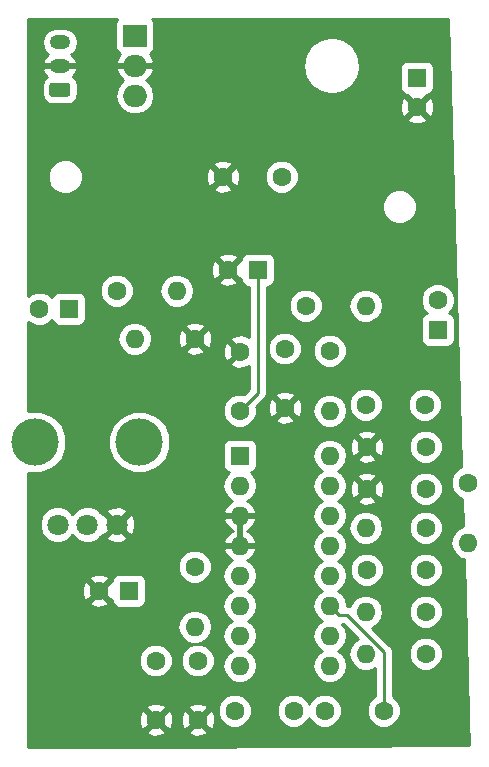
<source format=gbr>
G04 #@! TF.GenerationSoftware,KiCad,Pcbnew,(5.0.1)-rc2*
G04 #@! TF.CreationDate,2019-03-03T17:53:11-05:00*
G04 #@! TF.ProjectId,delay,64656C61792E6B696361645F70636200,rev?*
G04 #@! TF.SameCoordinates,Original*
G04 #@! TF.FileFunction,Copper,L2,Bot,Signal*
G04 #@! TF.FilePolarity,Positive*
%FSLAX46Y46*%
G04 Gerber Fmt 4.6, Leading zero omitted, Abs format (unit mm)*
G04 Created by KiCad (PCBNEW (5.0.1)-rc2) date 3/3/2019 5:53:11 PM*
%MOMM*%
%LPD*%
G01*
G04 APERTURE LIST*
G04 #@! TA.AperFunction,ComponentPad*
%ADD10R,2.000000X1.905000*%
G04 #@! TD*
G04 #@! TA.AperFunction,ComponentPad*
%ADD11O,2.000000X1.905000*%
G04 #@! TD*
G04 #@! TA.AperFunction,ComponentPad*
%ADD12R,1.600000X1.600000*%
G04 #@! TD*
G04 #@! TA.AperFunction,ComponentPad*
%ADD13C,1.600000*%
G04 #@! TD*
G04 #@! TA.AperFunction,Conductor*
%ADD14C,0.100000*%
G04 #@! TD*
G04 #@! TA.AperFunction,ComponentPad*
%ADD15C,1.200000*%
G04 #@! TD*
G04 #@! TA.AperFunction,ComponentPad*
%ADD16O,1.750000X1.200000*%
G04 #@! TD*
G04 #@! TA.AperFunction,ComponentPad*
%ADD17O,1.600000X1.600000*%
G04 #@! TD*
G04 #@! TA.AperFunction,ComponentPad*
%ADD18C,1.800000*%
G04 #@! TD*
G04 #@! TA.AperFunction,WasherPad*
%ADD19C,4.000000*%
G04 #@! TD*
G04 #@! TA.AperFunction,Conductor*
%ADD20C,0.250000*%
G04 #@! TD*
G04 #@! TA.AperFunction,Conductor*
%ADD21C,0.254000*%
G04 #@! TD*
G04 APERTURE END LIST*
D10*
G04 #@! TO.P,U1,1*
G04 #@! TO.N,+12V*
X143764000Y-33782000D03*
D11*
G04 #@! TO.P,U1,2*
G04 #@! TO.N,GND*
X143764000Y-36322000D03*
G04 #@! TO.P,U1,3*
G04 #@! TO.N,+5V*
X143764000Y-38862000D03*
G04 #@! TD*
D12*
G04 #@! TO.P,C1,1*
G04 #@! TO.N,+12V*
X167640000Y-37338000D03*
D13*
G04 #@! TO.P,C1,2*
G04 #@! TO.N,GND*
X167640000Y-39838000D03*
G04 #@! TD*
G04 #@! TO.P,C2,2*
G04 #@! TO.N,GND*
X151210000Y-45720000D03*
G04 #@! TO.P,C2,1*
G04 #@! TO.N,+5V*
X156210000Y-45720000D03*
G04 #@! TD*
D12*
G04 #@! TO.P,C3,1*
G04 #@! TO.N,Net-(C3-Pad1)*
X143256000Y-80772000D03*
D13*
G04 #@! TO.P,C3,2*
G04 #@! TO.N,GND*
X140756000Y-80772000D03*
G04 #@! TD*
G04 #@! TO.P,C4,2*
G04 #@! TO.N,Net-(C4-Pad2)*
X145542000Y-86694000D03*
G04 #@! TO.P,C4,1*
G04 #@! TO.N,GND*
X145542000Y-91694000D03*
G04 #@! TD*
G04 #@! TO.P,C5,2*
G04 #@! TO.N,GND*
X151678000Y-53594000D03*
D12*
G04 #@! TO.P,C5,1*
G04 #@! TO.N,+5V*
X154178000Y-53594000D03*
G04 #@! TD*
D13*
G04 #@! TO.P,C6,2*
G04 #@! TO.N,GND*
X152654000Y-60532000D03*
G04 #@! TO.P,C6,1*
G04 #@! TO.N,+5V*
X152654000Y-65532000D03*
G04 #@! TD*
G04 #@! TO.P,C7,1*
G04 #@! TO.N,GND*
X149098000Y-91694000D03*
G04 #@! TO.P,C7,2*
G04 #@! TO.N,Net-(C7-Pad2)*
X149098000Y-86694000D03*
G04 #@! TD*
G04 #@! TO.P,C8,2*
G04 #@! TO.N,Net-(C8-Pad2)*
X168322000Y-65024000D03*
G04 #@! TO.P,C8,1*
G04 #@! TO.N,Net-(C8-Pad1)*
X163322000Y-65024000D03*
G04 #@! TD*
G04 #@! TO.P,C9,1*
G04 #@! TO.N,GND*
X156464000Y-65278000D03*
G04 #@! TO.P,C9,2*
G04 #@! TO.N,Net-(C9-Pad2)*
X156464000Y-60278000D03*
G04 #@! TD*
G04 #@! TO.P,C10,1*
G04 #@! TO.N,Net-(C10-Pad1)*
X157226000Y-90932000D03*
G04 #@! TO.P,C10,2*
G04 #@! TO.N,Net-(C10-Pad2)*
X152226000Y-90932000D03*
G04 #@! TD*
G04 #@! TO.P,C11,1*
G04 #@! TO.N,Net-(C11-Pad1)*
X164846000Y-90932000D03*
G04 #@! TO.P,C11,2*
G04 #@! TO.N,Net-(C11-Pad2)*
X159846000Y-90932000D03*
G04 #@! TD*
G04 #@! TO.P,C12,1*
G04 #@! TO.N,Net-(C12-Pad1)*
X168402000Y-78994000D03*
G04 #@! TO.P,C12,2*
G04 #@! TO.N,Net-(C12-Pad2)*
X163402000Y-78994000D03*
G04 #@! TD*
G04 #@! TO.P,C13,1*
G04 #@! TO.N,Net-(C13-Pad1)*
X168402000Y-68580000D03*
G04 #@! TO.P,C13,2*
G04 #@! TO.N,GND*
X163402000Y-68580000D03*
G04 #@! TD*
D12*
G04 #@! TO.P,C14,1*
G04 #@! TO.N,Net-(C13-Pad1)*
X169418000Y-58674000D03*
D13*
G04 #@! TO.P,C14,2*
G04 #@! TO.N,Output*
X169418000Y-56174000D03*
G04 #@! TD*
G04 #@! TO.P,C15,2*
G04 #@! TO.N,Input*
X135676000Y-56896000D03*
D12*
G04 #@! TO.P,C15,1*
G04 #@! TO.N,Net-(C15-Pad1)*
X138176000Y-56896000D03*
G04 #@! TD*
D13*
G04 #@! TO.P,C16,2*
G04 #@! TO.N,GND*
X163402000Y-72136000D03*
G04 #@! TO.P,C16,1*
G04 #@! TO.N,Net-(C16-Pad1)*
X168402000Y-72136000D03*
G04 #@! TD*
D14*
G04 #@! TO.N,-12V*
G04 #@! TO.C,J1*
G36*
X138063505Y-37755204D02*
X138087773Y-37758804D01*
X138111572Y-37764765D01*
X138134671Y-37773030D01*
X138156850Y-37783520D01*
X138177893Y-37796132D01*
X138197599Y-37810747D01*
X138215777Y-37827223D01*
X138232253Y-37845401D01*
X138246868Y-37865107D01*
X138259480Y-37886150D01*
X138269970Y-37908329D01*
X138278235Y-37931428D01*
X138284196Y-37955227D01*
X138287796Y-37979495D01*
X138289000Y-38003999D01*
X138289000Y-38704001D01*
X138287796Y-38728505D01*
X138284196Y-38752773D01*
X138278235Y-38776572D01*
X138269970Y-38799671D01*
X138259480Y-38821850D01*
X138246868Y-38842893D01*
X138232253Y-38862599D01*
X138215777Y-38880777D01*
X138197599Y-38897253D01*
X138177893Y-38911868D01*
X138156850Y-38924480D01*
X138134671Y-38934970D01*
X138111572Y-38943235D01*
X138087773Y-38949196D01*
X138063505Y-38952796D01*
X138039001Y-38954000D01*
X136788999Y-38954000D01*
X136764495Y-38952796D01*
X136740227Y-38949196D01*
X136716428Y-38943235D01*
X136693329Y-38934970D01*
X136671150Y-38924480D01*
X136650107Y-38911868D01*
X136630401Y-38897253D01*
X136612223Y-38880777D01*
X136595747Y-38862599D01*
X136581132Y-38842893D01*
X136568520Y-38821850D01*
X136558030Y-38799671D01*
X136549765Y-38776572D01*
X136543804Y-38752773D01*
X136540204Y-38728505D01*
X136539000Y-38704001D01*
X136539000Y-38003999D01*
X136540204Y-37979495D01*
X136543804Y-37955227D01*
X136549765Y-37931428D01*
X136558030Y-37908329D01*
X136568520Y-37886150D01*
X136581132Y-37865107D01*
X136595747Y-37845401D01*
X136612223Y-37827223D01*
X136630401Y-37810747D01*
X136650107Y-37796132D01*
X136671150Y-37783520D01*
X136693329Y-37773030D01*
X136716428Y-37764765D01*
X136740227Y-37758804D01*
X136764495Y-37755204D01*
X136788999Y-37754000D01*
X138039001Y-37754000D01*
X138063505Y-37755204D01*
X138063505Y-37755204D01*
G37*
D15*
G04 #@! TD*
G04 #@! TO.P,J1,1*
G04 #@! TO.N,-12V*
X137414000Y-38354000D03*
D16*
G04 #@! TO.P,J1,2*
G04 #@! TO.N,GND*
X137414000Y-36354000D03*
G04 #@! TO.P,J1,3*
G04 #@! TO.N,+12V*
X137414000Y-34354000D03*
G04 #@! TD*
D13*
G04 #@! TO.P,R1,1*
G04 #@! TO.N,Net-(R1-Pad1)*
X148844000Y-78740000D03*
D17*
G04 #@! TO.P,R1,2*
G04 #@! TO.N,Net-(R1-Pad2)*
X148844000Y-83820000D03*
G04 #@! TD*
G04 #@! TO.P,R2,2*
G04 #@! TO.N,Net-(C8-Pad1)*
X160274000Y-65532000D03*
D13*
G04 #@! TO.P,R2,1*
G04 #@! TO.N,Net-(C9-Pad2)*
X160274000Y-60452000D03*
G04 #@! TD*
G04 #@! TO.P,R3,1*
G04 #@! TO.N,Net-(C9-Pad2)*
X158242000Y-56642000D03*
D17*
G04 #@! TO.P,R3,2*
G04 #@! TO.N,Net-(C8-Pad2)*
X163322000Y-56642000D03*
G04 #@! TD*
G04 #@! TO.P,R4,2*
G04 #@! TO.N,Net-(C12-Pad1)*
X171958000Y-76708000D03*
D13*
G04 #@! TO.P,R4,1*
G04 #@! TO.N,Net-(C13-Pad1)*
X171958000Y-71628000D03*
G04 #@! TD*
D17*
G04 #@! TO.P,R5,2*
G04 #@! TO.N,Net-(C11-Pad2)*
X163322000Y-82550000D03*
D13*
G04 #@! TO.P,R5,1*
G04 #@! TO.N,Net-(C16-Pad1)*
X168402000Y-82550000D03*
G04 #@! TD*
G04 #@! TO.P,R6,1*
G04 #@! TO.N,Net-(C16-Pad1)*
X168402000Y-75438000D03*
D17*
G04 #@! TO.P,R6,2*
G04 #@! TO.N,Net-(C12-Pad1)*
X163322000Y-75438000D03*
G04 #@! TD*
D13*
G04 #@! TO.P,R7,1*
G04 #@! TO.N,Net-(C16-Pad1)*
X168402000Y-86106000D03*
D17*
G04 #@! TO.P,R7,2*
G04 #@! TO.N,Net-(C12-Pad2)*
X163322000Y-86106000D03*
G04 #@! TD*
G04 #@! TO.P,R8,2*
G04 #@! TO.N,Net-(C9-Pad2)*
X147320000Y-55372000D03*
D13*
G04 #@! TO.P,R8,1*
G04 #@! TO.N,Net-(C15-Pad1)*
X142240000Y-55372000D03*
G04 #@! TD*
G04 #@! TO.P,R9,1*
G04 #@! TO.N,GND*
X148844000Y-59436000D03*
D17*
G04 #@! TO.P,R9,2*
G04 #@! TO.N,Input*
X143764000Y-59436000D03*
G04 #@! TD*
D18*
G04 #@! TO.P,RV1,3*
G04 #@! TO.N,Net-(RV1-Pad3)*
X137240000Y-75184000D03*
G04 #@! TO.P,RV1,2*
G04 #@! TO.N,Net-(R1-Pad2)*
X139740000Y-75184000D03*
G04 #@! TO.P,RV1,1*
G04 #@! TO.N,GND*
X142240000Y-75184000D03*
D19*
G04 #@! TO.P,RV1,*
G04 #@! TO.N,*
X135340000Y-68184000D03*
X144140000Y-68184000D03*
G04 #@! TD*
D12*
G04 #@! TO.P,U2,1*
G04 #@! TO.N,+5V*
X152654000Y-69342000D03*
D17*
G04 #@! TO.P,U2,9*
G04 #@! TO.N,Net-(C10-Pad1)*
X160274000Y-87122000D03*
G04 #@! TO.P,U2,2*
G04 #@! TO.N,Net-(C3-Pad1)*
X152654000Y-71882000D03*
G04 #@! TO.P,U2,10*
G04 #@! TO.N,Net-(C10-Pad2)*
X160274000Y-84582000D03*
G04 #@! TO.P,U2,3*
G04 #@! TO.N,GND*
X152654000Y-74422000D03*
G04 #@! TO.P,U2,11*
G04 #@! TO.N,Net-(C11-Pad1)*
X160274000Y-82042000D03*
G04 #@! TO.P,U2,4*
G04 #@! TO.N,GND*
X152654000Y-76962000D03*
G04 #@! TO.P,U2,12*
G04 #@! TO.N,Net-(C11-Pad2)*
X160274000Y-79502000D03*
G04 #@! TO.P,U2,5*
G04 #@! TO.N,Net-(U2-Pad5)*
X152654000Y-79502000D03*
G04 #@! TO.P,U2,13*
G04 #@! TO.N,Net-(C12-Pad2)*
X160274000Y-76962000D03*
G04 #@! TO.P,U2,6*
G04 #@! TO.N,Net-(R1-Pad1)*
X152654000Y-82042000D03*
G04 #@! TO.P,U2,14*
G04 #@! TO.N,Net-(C12-Pad1)*
X160274000Y-74422000D03*
G04 #@! TO.P,U2,7*
G04 #@! TO.N,Net-(C4-Pad2)*
X152654000Y-84582000D03*
G04 #@! TO.P,U2,15*
G04 #@! TO.N,Net-(C8-Pad2)*
X160274000Y-71882000D03*
G04 #@! TO.P,U2,8*
G04 #@! TO.N,Net-(C7-Pad2)*
X152654000Y-87122000D03*
G04 #@! TO.P,U2,16*
G04 #@! TO.N,Net-(C8-Pad1)*
X160274000Y-69342000D03*
G04 #@! TD*
D20*
G04 #@! TO.N,GND*
X152654000Y-74422000D02*
X152654000Y-76962000D01*
G04 #@! TO.N,+5V*
X154178000Y-64008000D02*
X154178000Y-53594000D01*
X152654000Y-65532000D02*
X154178000Y-64008000D01*
G04 #@! TO.N,Net-(C11-Pad1)*
X164846000Y-89800630D02*
X164846000Y-90932000D01*
X164846000Y-85964998D02*
X164846000Y-89800630D01*
X161723001Y-82841999D02*
X164846000Y-85964998D01*
X161073999Y-82841999D02*
X161723001Y-82841999D01*
X160274000Y-82042000D02*
X161073999Y-82841999D01*
G04 #@! TD*
D21*
G04 #@! TO.N,GND*
G36*
X142165843Y-32581735D02*
X142116560Y-32829500D01*
X142116560Y-34734500D01*
X142165843Y-34982265D01*
X142306191Y-35192309D01*
X142511143Y-35329255D01*
X142388027Y-35455076D01*
X142173437Y-35949020D01*
X142293406Y-36195000D01*
X143637000Y-36195000D01*
X143637000Y-36175000D01*
X143891000Y-36175000D01*
X143891000Y-36195000D01*
X145234594Y-36195000D01*
X145354563Y-35949020D01*
X145139973Y-35455076D01*
X145016857Y-35329255D01*
X145221809Y-35192309D01*
X145362157Y-34982265D01*
X145411440Y-34734500D01*
X145411440Y-32829500D01*
X145362157Y-32581735D01*
X145230702Y-32385000D01*
X170310606Y-32385000D01*
X171402943Y-70304680D01*
X171145138Y-70411466D01*
X170741466Y-70815138D01*
X170523000Y-71342561D01*
X170523000Y-71913439D01*
X170741466Y-72440862D01*
X171145138Y-72844534D01*
X171480104Y-72983282D01*
X171547605Y-75326520D01*
X171398091Y-75356260D01*
X170923423Y-75673423D01*
X170606260Y-76148091D01*
X170494887Y-76708000D01*
X170606260Y-77267909D01*
X170923423Y-77742577D01*
X171398091Y-78059740D01*
X171627655Y-78105403D01*
X172009000Y-91343517D01*
X172009000Y-91630569D01*
X172017887Y-91652024D01*
X172081315Y-93853880D01*
X145719567Y-94032000D01*
X134747000Y-94032000D01*
X134747000Y-92701745D01*
X144713861Y-92701745D01*
X144787995Y-92947864D01*
X145325223Y-93140965D01*
X145895454Y-93113778D01*
X146296005Y-92947864D01*
X146370139Y-92701745D01*
X148269861Y-92701745D01*
X148343995Y-92947864D01*
X148881223Y-93140965D01*
X149451454Y-93113778D01*
X149852005Y-92947864D01*
X149926139Y-92701745D01*
X149098000Y-91873605D01*
X148269861Y-92701745D01*
X146370139Y-92701745D01*
X145542000Y-91873605D01*
X144713861Y-92701745D01*
X134747000Y-92701745D01*
X134747000Y-91477223D01*
X144095035Y-91477223D01*
X144122222Y-92047454D01*
X144288136Y-92448005D01*
X144534255Y-92522139D01*
X145362395Y-91694000D01*
X145721605Y-91694000D01*
X146549745Y-92522139D01*
X146795864Y-92448005D01*
X146988965Y-91910777D01*
X146968295Y-91477223D01*
X147651035Y-91477223D01*
X147678222Y-92047454D01*
X147844136Y-92448005D01*
X148090255Y-92522139D01*
X148918395Y-91694000D01*
X149277605Y-91694000D01*
X150105745Y-92522139D01*
X150351864Y-92448005D01*
X150544965Y-91910777D01*
X150517778Y-91340546D01*
X150351864Y-90939995D01*
X150105745Y-90865861D01*
X149277605Y-91694000D01*
X148918395Y-91694000D01*
X148090255Y-90865861D01*
X147844136Y-90939995D01*
X147651035Y-91477223D01*
X146968295Y-91477223D01*
X146961778Y-91340546D01*
X146795864Y-90939995D01*
X146549745Y-90865861D01*
X145721605Y-91694000D01*
X145362395Y-91694000D01*
X144534255Y-90865861D01*
X144288136Y-90939995D01*
X144095035Y-91477223D01*
X134747000Y-91477223D01*
X134747000Y-90686255D01*
X144713861Y-90686255D01*
X145542000Y-91514395D01*
X146370139Y-90686255D01*
X148269861Y-90686255D01*
X149098000Y-91514395D01*
X149926139Y-90686255D01*
X149914183Y-90646561D01*
X150791000Y-90646561D01*
X150791000Y-91217439D01*
X151009466Y-91744862D01*
X151413138Y-92148534D01*
X151940561Y-92367000D01*
X152511439Y-92367000D01*
X153038862Y-92148534D01*
X153442534Y-91744862D01*
X153661000Y-91217439D01*
X153661000Y-90646561D01*
X155791000Y-90646561D01*
X155791000Y-91217439D01*
X156009466Y-91744862D01*
X156413138Y-92148534D01*
X156940561Y-92367000D01*
X157511439Y-92367000D01*
X158038862Y-92148534D01*
X158442534Y-91744862D01*
X158536000Y-91519215D01*
X158629466Y-91744862D01*
X159033138Y-92148534D01*
X159560561Y-92367000D01*
X160131439Y-92367000D01*
X160658862Y-92148534D01*
X161062534Y-91744862D01*
X161281000Y-91217439D01*
X161281000Y-90646561D01*
X161062534Y-90119138D01*
X160658862Y-89715466D01*
X160131439Y-89497000D01*
X159560561Y-89497000D01*
X159033138Y-89715466D01*
X158629466Y-90119138D01*
X158536000Y-90344785D01*
X158442534Y-90119138D01*
X158038862Y-89715466D01*
X157511439Y-89497000D01*
X156940561Y-89497000D01*
X156413138Y-89715466D01*
X156009466Y-90119138D01*
X155791000Y-90646561D01*
X153661000Y-90646561D01*
X153442534Y-90119138D01*
X153038862Y-89715466D01*
X152511439Y-89497000D01*
X151940561Y-89497000D01*
X151413138Y-89715466D01*
X151009466Y-90119138D01*
X150791000Y-90646561D01*
X149914183Y-90646561D01*
X149852005Y-90440136D01*
X149314777Y-90247035D01*
X148744546Y-90274222D01*
X148343995Y-90440136D01*
X148269861Y-90686255D01*
X146370139Y-90686255D01*
X146296005Y-90440136D01*
X145758777Y-90247035D01*
X145188546Y-90274222D01*
X144787995Y-90440136D01*
X144713861Y-90686255D01*
X134747000Y-90686255D01*
X134747000Y-86408561D01*
X144107000Y-86408561D01*
X144107000Y-86979439D01*
X144325466Y-87506862D01*
X144729138Y-87910534D01*
X145256561Y-88129000D01*
X145827439Y-88129000D01*
X146354862Y-87910534D01*
X146758534Y-87506862D01*
X146977000Y-86979439D01*
X146977000Y-86408561D01*
X147663000Y-86408561D01*
X147663000Y-86979439D01*
X147881466Y-87506862D01*
X148285138Y-87910534D01*
X148812561Y-88129000D01*
X149383439Y-88129000D01*
X149910862Y-87910534D01*
X150314534Y-87506862D01*
X150533000Y-86979439D01*
X150533000Y-86408561D01*
X150314534Y-85881138D01*
X149910862Y-85477466D01*
X149383439Y-85259000D01*
X148812561Y-85259000D01*
X148285138Y-85477466D01*
X147881466Y-85881138D01*
X147663000Y-86408561D01*
X146977000Y-86408561D01*
X146758534Y-85881138D01*
X146354862Y-85477466D01*
X145827439Y-85259000D01*
X145256561Y-85259000D01*
X144729138Y-85477466D01*
X144325466Y-85881138D01*
X144107000Y-86408561D01*
X134747000Y-86408561D01*
X134747000Y-83820000D01*
X147380887Y-83820000D01*
X147492260Y-84379909D01*
X147809423Y-84854577D01*
X148284091Y-85171740D01*
X148702667Y-85255000D01*
X148985333Y-85255000D01*
X149403909Y-85171740D01*
X149878577Y-84854577D01*
X150195740Y-84379909D01*
X150307113Y-83820000D01*
X150195740Y-83260091D01*
X149878577Y-82785423D01*
X149403909Y-82468260D01*
X148985333Y-82385000D01*
X148702667Y-82385000D01*
X148284091Y-82468260D01*
X147809423Y-82785423D01*
X147492260Y-83260091D01*
X147380887Y-83820000D01*
X134747000Y-83820000D01*
X134747000Y-81779745D01*
X139927861Y-81779745D01*
X140001995Y-82025864D01*
X140539223Y-82218965D01*
X141109454Y-82191778D01*
X141510005Y-82025864D01*
X141584139Y-81779745D01*
X140756000Y-80951605D01*
X139927861Y-81779745D01*
X134747000Y-81779745D01*
X134747000Y-80555223D01*
X139309035Y-80555223D01*
X139336222Y-81125454D01*
X139502136Y-81526005D01*
X139748255Y-81600139D01*
X140576395Y-80772000D01*
X140935605Y-80772000D01*
X141763745Y-81600139D01*
X141811307Y-81585813D01*
X141857843Y-81819765D01*
X141998191Y-82029809D01*
X142208235Y-82170157D01*
X142456000Y-82219440D01*
X144056000Y-82219440D01*
X144303765Y-82170157D01*
X144513809Y-82029809D01*
X144654157Y-81819765D01*
X144703440Y-81572000D01*
X144703440Y-79972000D01*
X144654157Y-79724235D01*
X144513809Y-79514191D01*
X144303765Y-79373843D01*
X144056000Y-79324560D01*
X142456000Y-79324560D01*
X142208235Y-79373843D01*
X141998191Y-79514191D01*
X141857843Y-79724235D01*
X141811307Y-79958187D01*
X141763745Y-79943861D01*
X140935605Y-80772000D01*
X140576395Y-80772000D01*
X139748255Y-79943861D01*
X139502136Y-80017995D01*
X139309035Y-80555223D01*
X134747000Y-80555223D01*
X134747000Y-79764255D01*
X139927861Y-79764255D01*
X140756000Y-80592395D01*
X141584139Y-79764255D01*
X141510005Y-79518136D01*
X140972777Y-79325035D01*
X140402546Y-79352222D01*
X140001995Y-79518136D01*
X139927861Y-79764255D01*
X134747000Y-79764255D01*
X134747000Y-78454561D01*
X147409000Y-78454561D01*
X147409000Y-79025439D01*
X147627466Y-79552862D01*
X148031138Y-79956534D01*
X148558561Y-80175000D01*
X149129439Y-80175000D01*
X149656862Y-79956534D01*
X150060534Y-79552862D01*
X150081601Y-79502000D01*
X151190887Y-79502000D01*
X151302260Y-80061909D01*
X151619423Y-80536577D01*
X151971758Y-80772000D01*
X151619423Y-81007423D01*
X151302260Y-81482091D01*
X151190887Y-82042000D01*
X151302260Y-82601909D01*
X151619423Y-83076577D01*
X151971758Y-83312000D01*
X151619423Y-83547423D01*
X151302260Y-84022091D01*
X151190887Y-84582000D01*
X151302260Y-85141909D01*
X151619423Y-85616577D01*
X151971758Y-85852000D01*
X151619423Y-86087423D01*
X151302260Y-86562091D01*
X151190887Y-87122000D01*
X151302260Y-87681909D01*
X151619423Y-88156577D01*
X152094091Y-88473740D01*
X152512667Y-88557000D01*
X152795333Y-88557000D01*
X153213909Y-88473740D01*
X153688577Y-88156577D01*
X154005740Y-87681909D01*
X154117113Y-87122000D01*
X154005740Y-86562091D01*
X153688577Y-86087423D01*
X153336242Y-85852000D01*
X153688577Y-85616577D01*
X154005740Y-85141909D01*
X154117113Y-84582000D01*
X154005740Y-84022091D01*
X153688577Y-83547423D01*
X153336242Y-83312000D01*
X153688577Y-83076577D01*
X154005740Y-82601909D01*
X154117113Y-82042000D01*
X154005740Y-81482091D01*
X153688577Y-81007423D01*
X153336242Y-80772000D01*
X153688577Y-80536577D01*
X154005740Y-80061909D01*
X154117113Y-79502000D01*
X154005740Y-78942091D01*
X153688577Y-78467423D01*
X153304892Y-78211053D01*
X153509134Y-78114389D01*
X153885041Y-77699423D01*
X154045904Y-77311039D01*
X153923915Y-77089000D01*
X152781000Y-77089000D01*
X152781000Y-77109000D01*
X152527000Y-77109000D01*
X152527000Y-77089000D01*
X151384085Y-77089000D01*
X151262096Y-77311039D01*
X151422959Y-77699423D01*
X151798866Y-78114389D01*
X152003108Y-78211053D01*
X151619423Y-78467423D01*
X151302260Y-78942091D01*
X151190887Y-79502000D01*
X150081601Y-79502000D01*
X150279000Y-79025439D01*
X150279000Y-78454561D01*
X150060534Y-77927138D01*
X149656862Y-77523466D01*
X149129439Y-77305000D01*
X148558561Y-77305000D01*
X148031138Y-77523466D01*
X147627466Y-77927138D01*
X147409000Y-78454561D01*
X134747000Y-78454561D01*
X134747000Y-74878670D01*
X135705000Y-74878670D01*
X135705000Y-75489330D01*
X135938690Y-76053507D01*
X136370493Y-76485310D01*
X136934670Y-76719000D01*
X137545330Y-76719000D01*
X138109507Y-76485310D01*
X138490000Y-76104817D01*
X138870493Y-76485310D01*
X139434670Y-76719000D01*
X140045330Y-76719000D01*
X140609507Y-76485310D01*
X140830658Y-76264159D01*
X141339446Y-76264159D01*
X141425852Y-76520643D01*
X141999336Y-76730458D01*
X142609460Y-76704839D01*
X143054148Y-76520643D01*
X143140554Y-76264159D01*
X142240000Y-75363605D01*
X141339446Y-76264159D01*
X140830658Y-76264159D01*
X141041310Y-76053507D01*
X141044539Y-76045710D01*
X141159841Y-76084554D01*
X142060395Y-75184000D01*
X142419605Y-75184000D01*
X143320159Y-76084554D01*
X143576643Y-75998148D01*
X143786458Y-75424664D01*
X143760839Y-74814540D01*
X143742821Y-74771039D01*
X151262096Y-74771039D01*
X151422959Y-75159423D01*
X151798866Y-75574389D01*
X152047367Y-75692000D01*
X151798866Y-75809611D01*
X151422959Y-76224577D01*
X151262096Y-76612961D01*
X151384085Y-76835000D01*
X152527000Y-76835000D01*
X152527000Y-74549000D01*
X152781000Y-74549000D01*
X152781000Y-76835000D01*
X153923915Y-76835000D01*
X154045904Y-76612961D01*
X153885041Y-76224577D01*
X153509134Y-75809611D01*
X153260633Y-75692000D01*
X153509134Y-75574389D01*
X153885041Y-75159423D01*
X154045904Y-74771039D01*
X153923915Y-74549000D01*
X152781000Y-74549000D01*
X152527000Y-74549000D01*
X151384085Y-74549000D01*
X151262096Y-74771039D01*
X143742821Y-74771039D01*
X143576643Y-74369852D01*
X143320159Y-74283446D01*
X142419605Y-75184000D01*
X142060395Y-75184000D01*
X141159841Y-74283446D01*
X141044539Y-74322290D01*
X141041310Y-74314493D01*
X140830658Y-74103841D01*
X141339446Y-74103841D01*
X142240000Y-75004395D01*
X143140554Y-74103841D01*
X143054148Y-73847357D01*
X142480664Y-73637542D01*
X141870540Y-73663161D01*
X141425852Y-73847357D01*
X141339446Y-74103841D01*
X140830658Y-74103841D01*
X140609507Y-73882690D01*
X140045330Y-73649000D01*
X139434670Y-73649000D01*
X138870493Y-73882690D01*
X138490000Y-74263183D01*
X138109507Y-73882690D01*
X137545330Y-73649000D01*
X136934670Y-73649000D01*
X136370493Y-73882690D01*
X135938690Y-74314493D01*
X135705000Y-74878670D01*
X134747000Y-74878670D01*
X134747000Y-71882000D01*
X151190887Y-71882000D01*
X151302260Y-72441909D01*
X151619423Y-72916577D01*
X152003108Y-73172947D01*
X151798866Y-73269611D01*
X151422959Y-73684577D01*
X151262096Y-74072961D01*
X151384085Y-74295000D01*
X152527000Y-74295000D01*
X152527000Y-74275000D01*
X152781000Y-74275000D01*
X152781000Y-74295000D01*
X153923915Y-74295000D01*
X154045904Y-74072961D01*
X153885041Y-73684577D01*
X153509134Y-73269611D01*
X153304892Y-73172947D01*
X153688577Y-72916577D01*
X154005740Y-72441909D01*
X154117113Y-71882000D01*
X154005740Y-71322091D01*
X153688577Y-70847423D01*
X153567894Y-70766785D01*
X153701765Y-70740157D01*
X153911809Y-70599809D01*
X154052157Y-70389765D01*
X154101440Y-70142000D01*
X154101440Y-69342000D01*
X158810887Y-69342000D01*
X158922260Y-69901909D01*
X159239423Y-70376577D01*
X159591758Y-70612000D01*
X159239423Y-70847423D01*
X158922260Y-71322091D01*
X158810887Y-71882000D01*
X158922260Y-72441909D01*
X159239423Y-72916577D01*
X159591758Y-73152000D01*
X159239423Y-73387423D01*
X158922260Y-73862091D01*
X158810887Y-74422000D01*
X158922260Y-74981909D01*
X159239423Y-75456577D01*
X159591758Y-75692000D01*
X159239423Y-75927423D01*
X158922260Y-76402091D01*
X158810887Y-76962000D01*
X158922260Y-77521909D01*
X159239423Y-77996577D01*
X159591758Y-78232000D01*
X159239423Y-78467423D01*
X158922260Y-78942091D01*
X158810887Y-79502000D01*
X158922260Y-80061909D01*
X159239423Y-80536577D01*
X159591758Y-80772000D01*
X159239423Y-81007423D01*
X158922260Y-81482091D01*
X158810887Y-82042000D01*
X158922260Y-82601909D01*
X159239423Y-83076577D01*
X159591758Y-83312000D01*
X159239423Y-83547423D01*
X158922260Y-84022091D01*
X158810887Y-84582000D01*
X158922260Y-85141909D01*
X159239423Y-85616577D01*
X159591758Y-85852000D01*
X159239423Y-86087423D01*
X158922260Y-86562091D01*
X158810887Y-87122000D01*
X158922260Y-87681909D01*
X159239423Y-88156577D01*
X159714091Y-88473740D01*
X160132667Y-88557000D01*
X160415333Y-88557000D01*
X160833909Y-88473740D01*
X161308577Y-88156577D01*
X161625740Y-87681909D01*
X161737113Y-87122000D01*
X161625740Y-86562091D01*
X161308577Y-86087423D01*
X160956242Y-85852000D01*
X161308577Y-85616577D01*
X161625740Y-85141909D01*
X161737113Y-84582000D01*
X161625740Y-84022091D01*
X161345044Y-83601999D01*
X161408200Y-83601999D01*
X162641222Y-84835022D01*
X162287423Y-85071423D01*
X161970260Y-85546091D01*
X161858887Y-86106000D01*
X161970260Y-86665909D01*
X162287423Y-87140577D01*
X162762091Y-87457740D01*
X163180667Y-87541000D01*
X163463333Y-87541000D01*
X163881909Y-87457740D01*
X164086000Y-87321371D01*
X164086001Y-89693569D01*
X164033138Y-89715466D01*
X163629466Y-90119138D01*
X163411000Y-90646561D01*
X163411000Y-91217439D01*
X163629466Y-91744862D01*
X164033138Y-92148534D01*
X164560561Y-92367000D01*
X165131439Y-92367000D01*
X165658862Y-92148534D01*
X166062534Y-91744862D01*
X166281000Y-91217439D01*
X166281000Y-90646561D01*
X166062534Y-90119138D01*
X165658862Y-89715466D01*
X165606000Y-89693570D01*
X165606000Y-86039846D01*
X165620888Y-85964998D01*
X165606000Y-85890150D01*
X165606000Y-85890146D01*
X165592159Y-85820561D01*
X166967000Y-85820561D01*
X166967000Y-86391439D01*
X167185466Y-86918862D01*
X167589138Y-87322534D01*
X168116561Y-87541000D01*
X168687439Y-87541000D01*
X169214862Y-87322534D01*
X169618534Y-86918862D01*
X169837000Y-86391439D01*
X169837000Y-85820561D01*
X169618534Y-85293138D01*
X169214862Y-84889466D01*
X168687439Y-84671000D01*
X168116561Y-84671000D01*
X167589138Y-84889466D01*
X167185466Y-85293138D01*
X166967000Y-85820561D01*
X165592159Y-85820561D01*
X165561904Y-85668461D01*
X165393929Y-85417069D01*
X165330473Y-85374669D01*
X163861586Y-83905782D01*
X163881909Y-83901740D01*
X164356577Y-83584577D01*
X164673740Y-83109909D01*
X164785113Y-82550000D01*
X164728336Y-82264561D01*
X166967000Y-82264561D01*
X166967000Y-82835439D01*
X167185466Y-83362862D01*
X167589138Y-83766534D01*
X168116561Y-83985000D01*
X168687439Y-83985000D01*
X169214862Y-83766534D01*
X169618534Y-83362862D01*
X169837000Y-82835439D01*
X169837000Y-82264561D01*
X169618534Y-81737138D01*
X169214862Y-81333466D01*
X168687439Y-81115000D01*
X168116561Y-81115000D01*
X167589138Y-81333466D01*
X167185466Y-81737138D01*
X166967000Y-82264561D01*
X164728336Y-82264561D01*
X164673740Y-81990091D01*
X164356577Y-81515423D01*
X163881909Y-81198260D01*
X163463333Y-81115000D01*
X163180667Y-81115000D01*
X162762091Y-81198260D01*
X162287423Y-81515423D01*
X161970260Y-81990091D01*
X161946112Y-82111490D01*
X161797853Y-82081999D01*
X161797848Y-82081999D01*
X161731771Y-82068855D01*
X161737113Y-82042000D01*
X161625740Y-81482091D01*
X161308577Y-81007423D01*
X160956242Y-80772000D01*
X161308577Y-80536577D01*
X161625740Y-80061909D01*
X161737113Y-79502000D01*
X161625740Y-78942091D01*
X161469701Y-78708561D01*
X161967000Y-78708561D01*
X161967000Y-79279439D01*
X162185466Y-79806862D01*
X162589138Y-80210534D01*
X163116561Y-80429000D01*
X163687439Y-80429000D01*
X164214862Y-80210534D01*
X164618534Y-79806862D01*
X164837000Y-79279439D01*
X164837000Y-78708561D01*
X166967000Y-78708561D01*
X166967000Y-79279439D01*
X167185466Y-79806862D01*
X167589138Y-80210534D01*
X168116561Y-80429000D01*
X168687439Y-80429000D01*
X169214862Y-80210534D01*
X169618534Y-79806862D01*
X169837000Y-79279439D01*
X169837000Y-78708561D01*
X169618534Y-78181138D01*
X169214862Y-77777466D01*
X168687439Y-77559000D01*
X168116561Y-77559000D01*
X167589138Y-77777466D01*
X167185466Y-78181138D01*
X166967000Y-78708561D01*
X164837000Y-78708561D01*
X164618534Y-78181138D01*
X164214862Y-77777466D01*
X163687439Y-77559000D01*
X163116561Y-77559000D01*
X162589138Y-77777466D01*
X162185466Y-78181138D01*
X161967000Y-78708561D01*
X161469701Y-78708561D01*
X161308577Y-78467423D01*
X160956242Y-78232000D01*
X161308577Y-77996577D01*
X161625740Y-77521909D01*
X161737113Y-76962000D01*
X161625740Y-76402091D01*
X161308577Y-75927423D01*
X160956242Y-75692000D01*
X161308577Y-75456577D01*
X161320989Y-75438000D01*
X161858887Y-75438000D01*
X161970260Y-75997909D01*
X162287423Y-76472577D01*
X162762091Y-76789740D01*
X163180667Y-76873000D01*
X163463333Y-76873000D01*
X163881909Y-76789740D01*
X164356577Y-76472577D01*
X164673740Y-75997909D01*
X164785113Y-75438000D01*
X164728336Y-75152561D01*
X166967000Y-75152561D01*
X166967000Y-75723439D01*
X167185466Y-76250862D01*
X167589138Y-76654534D01*
X168116561Y-76873000D01*
X168687439Y-76873000D01*
X169214862Y-76654534D01*
X169618534Y-76250862D01*
X169837000Y-75723439D01*
X169837000Y-75152561D01*
X169618534Y-74625138D01*
X169214862Y-74221466D01*
X168687439Y-74003000D01*
X168116561Y-74003000D01*
X167589138Y-74221466D01*
X167185466Y-74625138D01*
X166967000Y-75152561D01*
X164728336Y-75152561D01*
X164673740Y-74878091D01*
X164356577Y-74403423D01*
X163881909Y-74086260D01*
X163463333Y-74003000D01*
X163180667Y-74003000D01*
X162762091Y-74086260D01*
X162287423Y-74403423D01*
X161970260Y-74878091D01*
X161858887Y-75438000D01*
X161320989Y-75438000D01*
X161625740Y-74981909D01*
X161737113Y-74422000D01*
X161625740Y-73862091D01*
X161308577Y-73387423D01*
X160956242Y-73152000D01*
X160968596Y-73143745D01*
X162573861Y-73143745D01*
X162647995Y-73389864D01*
X163185223Y-73582965D01*
X163755454Y-73555778D01*
X164156005Y-73389864D01*
X164230139Y-73143745D01*
X163402000Y-72315605D01*
X162573861Y-73143745D01*
X160968596Y-73143745D01*
X161308577Y-72916577D01*
X161625740Y-72441909D01*
X161729708Y-71919223D01*
X161955035Y-71919223D01*
X161982222Y-72489454D01*
X162148136Y-72890005D01*
X162394255Y-72964139D01*
X163222395Y-72136000D01*
X163581605Y-72136000D01*
X164409745Y-72964139D01*
X164655864Y-72890005D01*
X164848965Y-72352777D01*
X164825021Y-71850561D01*
X166967000Y-71850561D01*
X166967000Y-72421439D01*
X167185466Y-72948862D01*
X167589138Y-73352534D01*
X168116561Y-73571000D01*
X168687439Y-73571000D01*
X169214862Y-73352534D01*
X169618534Y-72948862D01*
X169837000Y-72421439D01*
X169837000Y-71850561D01*
X169618534Y-71323138D01*
X169214862Y-70919466D01*
X168687439Y-70701000D01*
X168116561Y-70701000D01*
X167589138Y-70919466D01*
X167185466Y-71323138D01*
X166967000Y-71850561D01*
X164825021Y-71850561D01*
X164821778Y-71782546D01*
X164655864Y-71381995D01*
X164409745Y-71307861D01*
X163581605Y-72136000D01*
X163222395Y-72136000D01*
X162394255Y-71307861D01*
X162148136Y-71381995D01*
X161955035Y-71919223D01*
X161729708Y-71919223D01*
X161737113Y-71882000D01*
X161625740Y-71322091D01*
X161496223Y-71128255D01*
X162573861Y-71128255D01*
X163402000Y-71956395D01*
X164230139Y-71128255D01*
X164156005Y-70882136D01*
X163618777Y-70689035D01*
X163048546Y-70716222D01*
X162647995Y-70882136D01*
X162573861Y-71128255D01*
X161496223Y-71128255D01*
X161308577Y-70847423D01*
X160956242Y-70612000D01*
X161308577Y-70376577D01*
X161625740Y-69901909D01*
X161688231Y-69587745D01*
X162573861Y-69587745D01*
X162647995Y-69833864D01*
X163185223Y-70026965D01*
X163755454Y-69999778D01*
X164156005Y-69833864D01*
X164230139Y-69587745D01*
X163402000Y-68759605D01*
X162573861Y-69587745D01*
X161688231Y-69587745D01*
X161737113Y-69342000D01*
X161625740Y-68782091D01*
X161345862Y-68363223D01*
X161955035Y-68363223D01*
X161982222Y-68933454D01*
X162148136Y-69334005D01*
X162394255Y-69408139D01*
X163222395Y-68580000D01*
X163581605Y-68580000D01*
X164409745Y-69408139D01*
X164655864Y-69334005D01*
X164848965Y-68796777D01*
X164825021Y-68294561D01*
X166967000Y-68294561D01*
X166967000Y-68865439D01*
X167185466Y-69392862D01*
X167589138Y-69796534D01*
X168116561Y-70015000D01*
X168687439Y-70015000D01*
X169214862Y-69796534D01*
X169618534Y-69392862D01*
X169837000Y-68865439D01*
X169837000Y-68294561D01*
X169618534Y-67767138D01*
X169214862Y-67363466D01*
X168687439Y-67145000D01*
X168116561Y-67145000D01*
X167589138Y-67363466D01*
X167185466Y-67767138D01*
X166967000Y-68294561D01*
X164825021Y-68294561D01*
X164821778Y-68226546D01*
X164655864Y-67825995D01*
X164409745Y-67751861D01*
X163581605Y-68580000D01*
X163222395Y-68580000D01*
X162394255Y-67751861D01*
X162148136Y-67825995D01*
X161955035Y-68363223D01*
X161345862Y-68363223D01*
X161308577Y-68307423D01*
X160833909Y-67990260D01*
X160415333Y-67907000D01*
X160132667Y-67907000D01*
X159714091Y-67990260D01*
X159239423Y-68307423D01*
X158922260Y-68782091D01*
X158810887Y-69342000D01*
X154101440Y-69342000D01*
X154101440Y-68542000D01*
X154052157Y-68294235D01*
X153911809Y-68084191D01*
X153701765Y-67943843D01*
X153454000Y-67894560D01*
X151854000Y-67894560D01*
X151606235Y-67943843D01*
X151396191Y-68084191D01*
X151255843Y-68294235D01*
X151206560Y-68542000D01*
X151206560Y-70142000D01*
X151255843Y-70389765D01*
X151396191Y-70599809D01*
X151606235Y-70740157D01*
X151740106Y-70766785D01*
X151619423Y-70847423D01*
X151302260Y-71322091D01*
X151190887Y-71882000D01*
X134747000Y-71882000D01*
X134747000Y-70790475D01*
X134815866Y-70819000D01*
X135864134Y-70819000D01*
X136832608Y-70417845D01*
X137573845Y-69676608D01*
X137975000Y-68708134D01*
X137975000Y-67659866D01*
X141505000Y-67659866D01*
X141505000Y-68708134D01*
X141906155Y-69676608D01*
X142647392Y-70417845D01*
X143615866Y-70819000D01*
X144664134Y-70819000D01*
X145632608Y-70417845D01*
X146373845Y-69676608D01*
X146775000Y-68708134D01*
X146775000Y-67659866D01*
X146738711Y-67572255D01*
X162573861Y-67572255D01*
X163402000Y-68400395D01*
X164230139Y-67572255D01*
X164156005Y-67326136D01*
X163618777Y-67133035D01*
X163048546Y-67160222D01*
X162647995Y-67326136D01*
X162573861Y-67572255D01*
X146738711Y-67572255D01*
X146373845Y-66691392D01*
X145632608Y-65950155D01*
X144664134Y-65549000D01*
X143615866Y-65549000D01*
X142647392Y-65950155D01*
X141906155Y-66691392D01*
X141505000Y-67659866D01*
X137975000Y-67659866D01*
X137573845Y-66691392D01*
X136832608Y-65950155D01*
X135864134Y-65549000D01*
X134815866Y-65549000D01*
X134747000Y-65577525D01*
X134747000Y-65246561D01*
X151219000Y-65246561D01*
X151219000Y-65817439D01*
X151437466Y-66344862D01*
X151841138Y-66748534D01*
X152368561Y-66967000D01*
X152939439Y-66967000D01*
X153466862Y-66748534D01*
X153870534Y-66344862D01*
X153895021Y-66285745D01*
X155635861Y-66285745D01*
X155709995Y-66531864D01*
X156247223Y-66724965D01*
X156817454Y-66697778D01*
X157218005Y-66531864D01*
X157292139Y-66285745D01*
X156464000Y-65457605D01*
X155635861Y-66285745D01*
X153895021Y-66285745D01*
X154089000Y-65817439D01*
X154089000Y-65246561D01*
X154067104Y-65193699D01*
X154199580Y-65061223D01*
X155017035Y-65061223D01*
X155044222Y-65631454D01*
X155210136Y-66032005D01*
X155456255Y-66106139D01*
X156284395Y-65278000D01*
X156643605Y-65278000D01*
X157471745Y-66106139D01*
X157717864Y-66032005D01*
X157897585Y-65532000D01*
X158810887Y-65532000D01*
X158922260Y-66091909D01*
X159239423Y-66566577D01*
X159714091Y-66883740D01*
X160132667Y-66967000D01*
X160415333Y-66967000D01*
X160833909Y-66883740D01*
X161308577Y-66566577D01*
X161625740Y-66091909D01*
X161737113Y-65532000D01*
X161625740Y-64972091D01*
X161469701Y-64738561D01*
X161887000Y-64738561D01*
X161887000Y-65309439D01*
X162105466Y-65836862D01*
X162509138Y-66240534D01*
X163036561Y-66459000D01*
X163607439Y-66459000D01*
X164134862Y-66240534D01*
X164538534Y-65836862D01*
X164757000Y-65309439D01*
X164757000Y-64738561D01*
X166887000Y-64738561D01*
X166887000Y-65309439D01*
X167105466Y-65836862D01*
X167509138Y-66240534D01*
X168036561Y-66459000D01*
X168607439Y-66459000D01*
X169134862Y-66240534D01*
X169538534Y-65836862D01*
X169757000Y-65309439D01*
X169757000Y-64738561D01*
X169538534Y-64211138D01*
X169134862Y-63807466D01*
X168607439Y-63589000D01*
X168036561Y-63589000D01*
X167509138Y-63807466D01*
X167105466Y-64211138D01*
X166887000Y-64738561D01*
X164757000Y-64738561D01*
X164538534Y-64211138D01*
X164134862Y-63807466D01*
X163607439Y-63589000D01*
X163036561Y-63589000D01*
X162509138Y-63807466D01*
X162105466Y-64211138D01*
X161887000Y-64738561D01*
X161469701Y-64738561D01*
X161308577Y-64497423D01*
X160833909Y-64180260D01*
X160415333Y-64097000D01*
X160132667Y-64097000D01*
X159714091Y-64180260D01*
X159239423Y-64497423D01*
X158922260Y-64972091D01*
X158810887Y-65532000D01*
X157897585Y-65532000D01*
X157910965Y-65494777D01*
X157883778Y-64924546D01*
X157717864Y-64523995D01*
X157471745Y-64449861D01*
X156643605Y-65278000D01*
X156284395Y-65278000D01*
X155456255Y-64449861D01*
X155210136Y-64523995D01*
X155017035Y-65061223D01*
X154199580Y-65061223D01*
X154662476Y-64598327D01*
X154725929Y-64555929D01*
X154768327Y-64492476D01*
X154768329Y-64492474D01*
X154893903Y-64304538D01*
X154893904Y-64304537D01*
X154900723Y-64270255D01*
X155635861Y-64270255D01*
X156464000Y-65098395D01*
X157292139Y-64270255D01*
X157218005Y-64024136D01*
X156680777Y-63831035D01*
X156110546Y-63858222D01*
X155709995Y-64024136D01*
X155635861Y-64270255D01*
X154900723Y-64270255D01*
X154938000Y-64082852D01*
X154938000Y-64082848D01*
X154952888Y-64008001D01*
X154938000Y-63933154D01*
X154938000Y-59992561D01*
X155029000Y-59992561D01*
X155029000Y-60563439D01*
X155247466Y-61090862D01*
X155651138Y-61494534D01*
X156178561Y-61713000D01*
X156749439Y-61713000D01*
X157276862Y-61494534D01*
X157680534Y-61090862D01*
X157899000Y-60563439D01*
X157899000Y-60166561D01*
X158839000Y-60166561D01*
X158839000Y-60737439D01*
X159057466Y-61264862D01*
X159461138Y-61668534D01*
X159988561Y-61887000D01*
X160559439Y-61887000D01*
X161086862Y-61668534D01*
X161490534Y-61264862D01*
X161709000Y-60737439D01*
X161709000Y-60166561D01*
X161490534Y-59639138D01*
X161086862Y-59235466D01*
X160559439Y-59017000D01*
X159988561Y-59017000D01*
X159461138Y-59235466D01*
X159057466Y-59639138D01*
X158839000Y-60166561D01*
X157899000Y-60166561D01*
X157899000Y-59992561D01*
X157680534Y-59465138D01*
X157276862Y-59061466D01*
X156749439Y-58843000D01*
X156178561Y-58843000D01*
X155651138Y-59061466D01*
X155247466Y-59465138D01*
X155029000Y-59992561D01*
X154938000Y-59992561D01*
X154938000Y-56356561D01*
X156807000Y-56356561D01*
X156807000Y-56927439D01*
X157025466Y-57454862D01*
X157429138Y-57858534D01*
X157956561Y-58077000D01*
X158527439Y-58077000D01*
X159054862Y-57858534D01*
X159458534Y-57454862D01*
X159677000Y-56927439D01*
X159677000Y-56642000D01*
X161858887Y-56642000D01*
X161970260Y-57201909D01*
X162287423Y-57676577D01*
X162762091Y-57993740D01*
X163180667Y-58077000D01*
X163463333Y-58077000D01*
X163881909Y-57993740D01*
X164061112Y-57874000D01*
X167970560Y-57874000D01*
X167970560Y-59474000D01*
X168019843Y-59721765D01*
X168160191Y-59931809D01*
X168370235Y-60072157D01*
X168618000Y-60121440D01*
X170218000Y-60121440D01*
X170465765Y-60072157D01*
X170675809Y-59931809D01*
X170816157Y-59721765D01*
X170865440Y-59474000D01*
X170865440Y-57874000D01*
X170816157Y-57626235D01*
X170675809Y-57416191D01*
X170465765Y-57275843D01*
X170365497Y-57255899D01*
X170634534Y-56986862D01*
X170853000Y-56459439D01*
X170853000Y-55888561D01*
X170634534Y-55361138D01*
X170230862Y-54957466D01*
X169703439Y-54739000D01*
X169132561Y-54739000D01*
X168605138Y-54957466D01*
X168201466Y-55361138D01*
X167983000Y-55888561D01*
X167983000Y-56459439D01*
X168201466Y-56986862D01*
X168470503Y-57255899D01*
X168370235Y-57275843D01*
X168160191Y-57416191D01*
X168019843Y-57626235D01*
X167970560Y-57874000D01*
X164061112Y-57874000D01*
X164356577Y-57676577D01*
X164673740Y-57201909D01*
X164785113Y-56642000D01*
X164673740Y-56082091D01*
X164356577Y-55607423D01*
X163881909Y-55290260D01*
X163463333Y-55207000D01*
X163180667Y-55207000D01*
X162762091Y-55290260D01*
X162287423Y-55607423D01*
X161970260Y-56082091D01*
X161858887Y-56642000D01*
X159677000Y-56642000D01*
X159677000Y-56356561D01*
X159458534Y-55829138D01*
X159054862Y-55425466D01*
X158527439Y-55207000D01*
X157956561Y-55207000D01*
X157429138Y-55425466D01*
X157025466Y-55829138D01*
X156807000Y-56356561D01*
X154938000Y-56356561D01*
X154938000Y-55041440D01*
X154978000Y-55041440D01*
X155225765Y-54992157D01*
X155435809Y-54851809D01*
X155576157Y-54641765D01*
X155625440Y-54394000D01*
X155625440Y-52794000D01*
X155576157Y-52546235D01*
X155435809Y-52336191D01*
X155225765Y-52195843D01*
X154978000Y-52146560D01*
X153378000Y-52146560D01*
X153130235Y-52195843D01*
X152920191Y-52336191D01*
X152779843Y-52546235D01*
X152733307Y-52780187D01*
X152685745Y-52765861D01*
X151857605Y-53594000D01*
X152685745Y-54422139D01*
X152733307Y-54407813D01*
X152779843Y-54641765D01*
X152920191Y-54851809D01*
X153130235Y-54992157D01*
X153378000Y-55041440D01*
X153418001Y-55041440D01*
X153418000Y-59311320D01*
X153408005Y-59278136D01*
X152870777Y-59085035D01*
X152300546Y-59112222D01*
X151899995Y-59278136D01*
X151825861Y-59524255D01*
X152654000Y-60352395D01*
X152668142Y-60338252D01*
X152847748Y-60517858D01*
X152833605Y-60532000D01*
X152847748Y-60546143D01*
X152668142Y-60725748D01*
X152654000Y-60711605D01*
X151825861Y-61539745D01*
X151899995Y-61785864D01*
X152437223Y-61978965D01*
X153007454Y-61951778D01*
X153408005Y-61785864D01*
X153418000Y-61752681D01*
X153418000Y-63693197D01*
X152992301Y-64118896D01*
X152939439Y-64097000D01*
X152368561Y-64097000D01*
X151841138Y-64315466D01*
X151437466Y-64719138D01*
X151219000Y-65246561D01*
X134747000Y-65246561D01*
X134747000Y-59436000D01*
X142300887Y-59436000D01*
X142412260Y-59995909D01*
X142729423Y-60470577D01*
X143204091Y-60787740D01*
X143622667Y-60871000D01*
X143905333Y-60871000D01*
X144323909Y-60787740D01*
X144798577Y-60470577D01*
X144816505Y-60443745D01*
X148015861Y-60443745D01*
X148089995Y-60689864D01*
X148627223Y-60882965D01*
X149197454Y-60855778D01*
X149598005Y-60689864D01*
X149672139Y-60443745D01*
X149543618Y-60315223D01*
X151207035Y-60315223D01*
X151234222Y-60885454D01*
X151400136Y-61286005D01*
X151646255Y-61360139D01*
X152474395Y-60532000D01*
X151646255Y-59703861D01*
X151400136Y-59777995D01*
X151207035Y-60315223D01*
X149543618Y-60315223D01*
X148844000Y-59615605D01*
X148015861Y-60443745D01*
X144816505Y-60443745D01*
X145115740Y-59995909D01*
X145227113Y-59436000D01*
X145183994Y-59219223D01*
X147397035Y-59219223D01*
X147424222Y-59789454D01*
X147590136Y-60190005D01*
X147836255Y-60264139D01*
X148664395Y-59436000D01*
X149023605Y-59436000D01*
X149851745Y-60264139D01*
X150097864Y-60190005D01*
X150290965Y-59652777D01*
X150263778Y-59082546D01*
X150097864Y-58681995D01*
X149851745Y-58607861D01*
X149023605Y-59436000D01*
X148664395Y-59436000D01*
X147836255Y-58607861D01*
X147590136Y-58681995D01*
X147397035Y-59219223D01*
X145183994Y-59219223D01*
X145115740Y-58876091D01*
X144816506Y-58428255D01*
X148015861Y-58428255D01*
X148844000Y-59256395D01*
X149672139Y-58428255D01*
X149598005Y-58182136D01*
X149060777Y-57989035D01*
X148490546Y-58016222D01*
X148089995Y-58182136D01*
X148015861Y-58428255D01*
X144816506Y-58428255D01*
X144798577Y-58401423D01*
X144323909Y-58084260D01*
X143905333Y-58001000D01*
X143622667Y-58001000D01*
X143204091Y-58084260D01*
X142729423Y-58401423D01*
X142412260Y-58876091D01*
X142300887Y-59436000D01*
X134747000Y-59436000D01*
X134747000Y-57996396D01*
X134863138Y-58112534D01*
X135390561Y-58331000D01*
X135961439Y-58331000D01*
X136488862Y-58112534D01*
X136757899Y-57843497D01*
X136777843Y-57943765D01*
X136918191Y-58153809D01*
X137128235Y-58294157D01*
X137376000Y-58343440D01*
X138976000Y-58343440D01*
X139223765Y-58294157D01*
X139433809Y-58153809D01*
X139574157Y-57943765D01*
X139623440Y-57696000D01*
X139623440Y-56096000D01*
X139574157Y-55848235D01*
X139433809Y-55638191D01*
X139223765Y-55497843D01*
X138976000Y-55448560D01*
X137376000Y-55448560D01*
X137128235Y-55497843D01*
X136918191Y-55638191D01*
X136777843Y-55848235D01*
X136757899Y-55948503D01*
X136488862Y-55679466D01*
X135961439Y-55461000D01*
X135390561Y-55461000D01*
X134863138Y-55679466D01*
X134747000Y-55795604D01*
X134747000Y-55086561D01*
X140805000Y-55086561D01*
X140805000Y-55657439D01*
X141023466Y-56184862D01*
X141427138Y-56588534D01*
X141954561Y-56807000D01*
X142525439Y-56807000D01*
X143052862Y-56588534D01*
X143456534Y-56184862D01*
X143675000Y-55657439D01*
X143675000Y-55372000D01*
X145856887Y-55372000D01*
X145968260Y-55931909D01*
X146285423Y-56406577D01*
X146760091Y-56723740D01*
X147178667Y-56807000D01*
X147461333Y-56807000D01*
X147879909Y-56723740D01*
X148354577Y-56406577D01*
X148671740Y-55931909D01*
X148783113Y-55372000D01*
X148671740Y-54812091D01*
X148531192Y-54601745D01*
X150849861Y-54601745D01*
X150923995Y-54847864D01*
X151461223Y-55040965D01*
X152031454Y-55013778D01*
X152432005Y-54847864D01*
X152506139Y-54601745D01*
X151678000Y-53773605D01*
X150849861Y-54601745D01*
X148531192Y-54601745D01*
X148354577Y-54337423D01*
X147879909Y-54020260D01*
X147461333Y-53937000D01*
X147178667Y-53937000D01*
X146760091Y-54020260D01*
X146285423Y-54337423D01*
X145968260Y-54812091D01*
X145856887Y-55372000D01*
X143675000Y-55372000D01*
X143675000Y-55086561D01*
X143456534Y-54559138D01*
X143052862Y-54155466D01*
X142525439Y-53937000D01*
X141954561Y-53937000D01*
X141427138Y-54155466D01*
X141023466Y-54559138D01*
X140805000Y-55086561D01*
X134747000Y-55086561D01*
X134747000Y-53377223D01*
X150231035Y-53377223D01*
X150258222Y-53947454D01*
X150424136Y-54348005D01*
X150670255Y-54422139D01*
X151498395Y-53594000D01*
X150670255Y-52765861D01*
X150424136Y-52839995D01*
X150231035Y-53377223D01*
X134747000Y-53377223D01*
X134747000Y-52586255D01*
X150849861Y-52586255D01*
X151678000Y-53414395D01*
X152506139Y-52586255D01*
X152432005Y-52340136D01*
X151894777Y-52147035D01*
X151324546Y-52174222D01*
X150923995Y-52340136D01*
X150849861Y-52586255D01*
X134747000Y-52586255D01*
X134747000Y-47964615D01*
X164683000Y-47964615D01*
X164683000Y-48555385D01*
X164909078Y-49101185D01*
X165326815Y-49518922D01*
X165872615Y-49745000D01*
X166463385Y-49745000D01*
X167009185Y-49518922D01*
X167426922Y-49101185D01*
X167653000Y-48555385D01*
X167653000Y-47964615D01*
X167426922Y-47418815D01*
X167009185Y-47001078D01*
X166463385Y-46775000D01*
X165872615Y-46775000D01*
X165326815Y-47001078D01*
X164909078Y-47418815D01*
X164683000Y-47964615D01*
X134747000Y-47964615D01*
X134747000Y-45424615D01*
X136385000Y-45424615D01*
X136385000Y-46015385D01*
X136611078Y-46561185D01*
X137028815Y-46978922D01*
X137574615Y-47205000D01*
X138165385Y-47205000D01*
X138711185Y-46978922D01*
X138962362Y-46727745D01*
X150381861Y-46727745D01*
X150455995Y-46973864D01*
X150993223Y-47166965D01*
X151563454Y-47139778D01*
X151964005Y-46973864D01*
X152038139Y-46727745D01*
X151210000Y-45899605D01*
X150381861Y-46727745D01*
X138962362Y-46727745D01*
X139128922Y-46561185D01*
X139355000Y-46015385D01*
X139355000Y-45503223D01*
X149763035Y-45503223D01*
X149790222Y-46073454D01*
X149956136Y-46474005D01*
X150202255Y-46548139D01*
X151030395Y-45720000D01*
X151389605Y-45720000D01*
X152217745Y-46548139D01*
X152463864Y-46474005D01*
X152656965Y-45936777D01*
X152633021Y-45434561D01*
X154775000Y-45434561D01*
X154775000Y-46005439D01*
X154993466Y-46532862D01*
X155397138Y-46936534D01*
X155924561Y-47155000D01*
X156495439Y-47155000D01*
X157022862Y-46936534D01*
X157426534Y-46532862D01*
X157645000Y-46005439D01*
X157645000Y-45434561D01*
X157426534Y-44907138D01*
X157022862Y-44503466D01*
X156495439Y-44285000D01*
X155924561Y-44285000D01*
X155397138Y-44503466D01*
X154993466Y-44907138D01*
X154775000Y-45434561D01*
X152633021Y-45434561D01*
X152629778Y-45366546D01*
X152463864Y-44965995D01*
X152217745Y-44891861D01*
X151389605Y-45720000D01*
X151030395Y-45720000D01*
X150202255Y-44891861D01*
X149956136Y-44965995D01*
X149763035Y-45503223D01*
X139355000Y-45503223D01*
X139355000Y-45424615D01*
X139128922Y-44878815D01*
X138962362Y-44712255D01*
X150381861Y-44712255D01*
X151210000Y-45540395D01*
X152038139Y-44712255D01*
X151964005Y-44466136D01*
X151426777Y-44273035D01*
X150856546Y-44300222D01*
X150455995Y-44466136D01*
X150381861Y-44712255D01*
X138962362Y-44712255D01*
X138711185Y-44461078D01*
X138165385Y-44235000D01*
X137574615Y-44235000D01*
X137028815Y-44461078D01*
X136611078Y-44878815D01*
X136385000Y-45424615D01*
X134747000Y-45424615D01*
X134747000Y-40845745D01*
X166811861Y-40845745D01*
X166885995Y-41091864D01*
X167423223Y-41284965D01*
X167993454Y-41257778D01*
X168394005Y-41091864D01*
X168468139Y-40845745D01*
X167640000Y-40017605D01*
X166811861Y-40845745D01*
X134747000Y-40845745D01*
X134747000Y-38003999D01*
X135891560Y-38003999D01*
X135891560Y-38704001D01*
X135959873Y-39047436D01*
X136154414Y-39338586D01*
X136445564Y-39533127D01*
X136788999Y-39601440D01*
X138039001Y-39601440D01*
X138382436Y-39533127D01*
X138673586Y-39338586D01*
X138868127Y-39047436D01*
X138905012Y-38862000D01*
X142097900Y-38862000D01*
X142221109Y-39481411D01*
X142571977Y-40006523D01*
X143097089Y-40357391D01*
X143560150Y-40449500D01*
X143967850Y-40449500D01*
X144430911Y-40357391D01*
X144956023Y-40006523D01*
X145213471Y-39621223D01*
X166193035Y-39621223D01*
X166220222Y-40191454D01*
X166386136Y-40592005D01*
X166632255Y-40666139D01*
X167460395Y-39838000D01*
X167819605Y-39838000D01*
X168647745Y-40666139D01*
X168893864Y-40592005D01*
X169086965Y-40054777D01*
X169059778Y-39484546D01*
X168893864Y-39083995D01*
X168647745Y-39009861D01*
X167819605Y-39838000D01*
X167460395Y-39838000D01*
X166632255Y-39009861D01*
X166386136Y-39083995D01*
X166193035Y-39621223D01*
X145213471Y-39621223D01*
X145306891Y-39481411D01*
X145430100Y-38862000D01*
X145306891Y-38242589D01*
X144956023Y-37717477D01*
X144754526Y-37582841D01*
X145139973Y-37188924D01*
X145354563Y-36694980D01*
X145234594Y-36449000D01*
X143891000Y-36449000D01*
X143891000Y-36469000D01*
X143637000Y-36469000D01*
X143637000Y-36449000D01*
X142293406Y-36449000D01*
X142173437Y-36694980D01*
X142388027Y-37188924D01*
X142773474Y-37582841D01*
X142571977Y-37717477D01*
X142221109Y-38242589D01*
X142097900Y-38862000D01*
X138905012Y-38862000D01*
X138936440Y-38704001D01*
X138936440Y-38003999D01*
X138868127Y-37660564D01*
X138673586Y-37369414D01*
X138506653Y-37257873D01*
X138652080Y-37137474D01*
X138878592Y-36709281D01*
X138882462Y-36671609D01*
X138757731Y-36481000D01*
X137541000Y-36481000D01*
X137541000Y-36501000D01*
X137287000Y-36501000D01*
X137287000Y-36481000D01*
X136070269Y-36481000D01*
X135945538Y-36671609D01*
X135949408Y-36709281D01*
X136175920Y-37137474D01*
X136321347Y-37257873D01*
X136154414Y-37369414D01*
X135959873Y-37660564D01*
X135891560Y-38003999D01*
X134747000Y-38003999D01*
X134747000Y-36322000D01*
X157992276Y-36322000D01*
X158177380Y-37252580D01*
X158704511Y-38041489D01*
X159493420Y-38568620D01*
X160189103Y-38707000D01*
X160658897Y-38707000D01*
X161354580Y-38568620D01*
X162143489Y-38041489D01*
X162670620Y-37252580D01*
X162812758Y-36538000D01*
X166192560Y-36538000D01*
X166192560Y-38138000D01*
X166241843Y-38385765D01*
X166382191Y-38595809D01*
X166592235Y-38736157D01*
X166826187Y-38782693D01*
X166811861Y-38830255D01*
X167640000Y-39658395D01*
X168468139Y-38830255D01*
X168453813Y-38782693D01*
X168687765Y-38736157D01*
X168897809Y-38595809D01*
X169038157Y-38385765D01*
X169087440Y-38138000D01*
X169087440Y-36538000D01*
X169038157Y-36290235D01*
X168897809Y-36080191D01*
X168687765Y-35939843D01*
X168440000Y-35890560D01*
X166840000Y-35890560D01*
X166592235Y-35939843D01*
X166382191Y-36080191D01*
X166241843Y-36290235D01*
X166192560Y-36538000D01*
X162812758Y-36538000D01*
X162855724Y-36322000D01*
X162670620Y-35391420D01*
X162143489Y-34602511D01*
X161354580Y-34075380D01*
X160658897Y-33937000D01*
X160189103Y-33937000D01*
X159493420Y-34075380D01*
X158704511Y-34602511D01*
X158177380Y-35391420D01*
X157992276Y-36322000D01*
X134747000Y-36322000D01*
X134747000Y-34354000D01*
X135879805Y-34354000D01*
X135975656Y-34835873D01*
X136248615Y-35244385D01*
X136426385Y-35363167D01*
X136175920Y-35570526D01*
X135949408Y-35998719D01*
X135945538Y-36036391D01*
X136070269Y-36227000D01*
X137287000Y-36227000D01*
X137287000Y-36207000D01*
X137541000Y-36207000D01*
X137541000Y-36227000D01*
X138757731Y-36227000D01*
X138882462Y-36036391D01*
X138878592Y-35998719D01*
X138652080Y-35570526D01*
X138401615Y-35363167D01*
X138579385Y-35244385D01*
X138852344Y-34835873D01*
X138948195Y-34354000D01*
X138852344Y-33872127D01*
X138579385Y-33463615D01*
X138170873Y-33190656D01*
X137810636Y-33119000D01*
X137017364Y-33119000D01*
X136657127Y-33190656D01*
X136248615Y-33463615D01*
X135975656Y-33872127D01*
X135879805Y-34354000D01*
X134747000Y-34354000D01*
X134747000Y-32385000D01*
X142297298Y-32385000D01*
X142165843Y-32581735D01*
X142165843Y-32581735D01*
G37*
X142165843Y-32581735D02*
X142116560Y-32829500D01*
X142116560Y-34734500D01*
X142165843Y-34982265D01*
X142306191Y-35192309D01*
X142511143Y-35329255D01*
X142388027Y-35455076D01*
X142173437Y-35949020D01*
X142293406Y-36195000D01*
X143637000Y-36195000D01*
X143637000Y-36175000D01*
X143891000Y-36175000D01*
X143891000Y-36195000D01*
X145234594Y-36195000D01*
X145354563Y-35949020D01*
X145139973Y-35455076D01*
X145016857Y-35329255D01*
X145221809Y-35192309D01*
X145362157Y-34982265D01*
X145411440Y-34734500D01*
X145411440Y-32829500D01*
X145362157Y-32581735D01*
X145230702Y-32385000D01*
X170310606Y-32385000D01*
X171402943Y-70304680D01*
X171145138Y-70411466D01*
X170741466Y-70815138D01*
X170523000Y-71342561D01*
X170523000Y-71913439D01*
X170741466Y-72440862D01*
X171145138Y-72844534D01*
X171480104Y-72983282D01*
X171547605Y-75326520D01*
X171398091Y-75356260D01*
X170923423Y-75673423D01*
X170606260Y-76148091D01*
X170494887Y-76708000D01*
X170606260Y-77267909D01*
X170923423Y-77742577D01*
X171398091Y-78059740D01*
X171627655Y-78105403D01*
X172009000Y-91343517D01*
X172009000Y-91630569D01*
X172017887Y-91652024D01*
X172081315Y-93853880D01*
X145719567Y-94032000D01*
X134747000Y-94032000D01*
X134747000Y-92701745D01*
X144713861Y-92701745D01*
X144787995Y-92947864D01*
X145325223Y-93140965D01*
X145895454Y-93113778D01*
X146296005Y-92947864D01*
X146370139Y-92701745D01*
X148269861Y-92701745D01*
X148343995Y-92947864D01*
X148881223Y-93140965D01*
X149451454Y-93113778D01*
X149852005Y-92947864D01*
X149926139Y-92701745D01*
X149098000Y-91873605D01*
X148269861Y-92701745D01*
X146370139Y-92701745D01*
X145542000Y-91873605D01*
X144713861Y-92701745D01*
X134747000Y-92701745D01*
X134747000Y-91477223D01*
X144095035Y-91477223D01*
X144122222Y-92047454D01*
X144288136Y-92448005D01*
X144534255Y-92522139D01*
X145362395Y-91694000D01*
X145721605Y-91694000D01*
X146549745Y-92522139D01*
X146795864Y-92448005D01*
X146988965Y-91910777D01*
X146968295Y-91477223D01*
X147651035Y-91477223D01*
X147678222Y-92047454D01*
X147844136Y-92448005D01*
X148090255Y-92522139D01*
X148918395Y-91694000D01*
X149277605Y-91694000D01*
X150105745Y-92522139D01*
X150351864Y-92448005D01*
X150544965Y-91910777D01*
X150517778Y-91340546D01*
X150351864Y-90939995D01*
X150105745Y-90865861D01*
X149277605Y-91694000D01*
X148918395Y-91694000D01*
X148090255Y-90865861D01*
X147844136Y-90939995D01*
X147651035Y-91477223D01*
X146968295Y-91477223D01*
X146961778Y-91340546D01*
X146795864Y-90939995D01*
X146549745Y-90865861D01*
X145721605Y-91694000D01*
X145362395Y-91694000D01*
X144534255Y-90865861D01*
X144288136Y-90939995D01*
X144095035Y-91477223D01*
X134747000Y-91477223D01*
X134747000Y-90686255D01*
X144713861Y-90686255D01*
X145542000Y-91514395D01*
X146370139Y-90686255D01*
X148269861Y-90686255D01*
X149098000Y-91514395D01*
X149926139Y-90686255D01*
X149914183Y-90646561D01*
X150791000Y-90646561D01*
X150791000Y-91217439D01*
X151009466Y-91744862D01*
X151413138Y-92148534D01*
X151940561Y-92367000D01*
X152511439Y-92367000D01*
X153038862Y-92148534D01*
X153442534Y-91744862D01*
X153661000Y-91217439D01*
X153661000Y-90646561D01*
X155791000Y-90646561D01*
X155791000Y-91217439D01*
X156009466Y-91744862D01*
X156413138Y-92148534D01*
X156940561Y-92367000D01*
X157511439Y-92367000D01*
X158038862Y-92148534D01*
X158442534Y-91744862D01*
X158536000Y-91519215D01*
X158629466Y-91744862D01*
X159033138Y-92148534D01*
X159560561Y-92367000D01*
X160131439Y-92367000D01*
X160658862Y-92148534D01*
X161062534Y-91744862D01*
X161281000Y-91217439D01*
X161281000Y-90646561D01*
X161062534Y-90119138D01*
X160658862Y-89715466D01*
X160131439Y-89497000D01*
X159560561Y-89497000D01*
X159033138Y-89715466D01*
X158629466Y-90119138D01*
X158536000Y-90344785D01*
X158442534Y-90119138D01*
X158038862Y-89715466D01*
X157511439Y-89497000D01*
X156940561Y-89497000D01*
X156413138Y-89715466D01*
X156009466Y-90119138D01*
X155791000Y-90646561D01*
X153661000Y-90646561D01*
X153442534Y-90119138D01*
X153038862Y-89715466D01*
X152511439Y-89497000D01*
X151940561Y-89497000D01*
X151413138Y-89715466D01*
X151009466Y-90119138D01*
X150791000Y-90646561D01*
X149914183Y-90646561D01*
X149852005Y-90440136D01*
X149314777Y-90247035D01*
X148744546Y-90274222D01*
X148343995Y-90440136D01*
X148269861Y-90686255D01*
X146370139Y-90686255D01*
X146296005Y-90440136D01*
X145758777Y-90247035D01*
X145188546Y-90274222D01*
X144787995Y-90440136D01*
X144713861Y-90686255D01*
X134747000Y-90686255D01*
X134747000Y-86408561D01*
X144107000Y-86408561D01*
X144107000Y-86979439D01*
X144325466Y-87506862D01*
X144729138Y-87910534D01*
X145256561Y-88129000D01*
X145827439Y-88129000D01*
X146354862Y-87910534D01*
X146758534Y-87506862D01*
X146977000Y-86979439D01*
X146977000Y-86408561D01*
X147663000Y-86408561D01*
X147663000Y-86979439D01*
X147881466Y-87506862D01*
X148285138Y-87910534D01*
X148812561Y-88129000D01*
X149383439Y-88129000D01*
X149910862Y-87910534D01*
X150314534Y-87506862D01*
X150533000Y-86979439D01*
X150533000Y-86408561D01*
X150314534Y-85881138D01*
X149910862Y-85477466D01*
X149383439Y-85259000D01*
X148812561Y-85259000D01*
X148285138Y-85477466D01*
X147881466Y-85881138D01*
X147663000Y-86408561D01*
X146977000Y-86408561D01*
X146758534Y-85881138D01*
X146354862Y-85477466D01*
X145827439Y-85259000D01*
X145256561Y-85259000D01*
X144729138Y-85477466D01*
X144325466Y-85881138D01*
X144107000Y-86408561D01*
X134747000Y-86408561D01*
X134747000Y-83820000D01*
X147380887Y-83820000D01*
X147492260Y-84379909D01*
X147809423Y-84854577D01*
X148284091Y-85171740D01*
X148702667Y-85255000D01*
X148985333Y-85255000D01*
X149403909Y-85171740D01*
X149878577Y-84854577D01*
X150195740Y-84379909D01*
X150307113Y-83820000D01*
X150195740Y-83260091D01*
X149878577Y-82785423D01*
X149403909Y-82468260D01*
X148985333Y-82385000D01*
X148702667Y-82385000D01*
X148284091Y-82468260D01*
X147809423Y-82785423D01*
X147492260Y-83260091D01*
X147380887Y-83820000D01*
X134747000Y-83820000D01*
X134747000Y-81779745D01*
X139927861Y-81779745D01*
X140001995Y-82025864D01*
X140539223Y-82218965D01*
X141109454Y-82191778D01*
X141510005Y-82025864D01*
X141584139Y-81779745D01*
X140756000Y-80951605D01*
X139927861Y-81779745D01*
X134747000Y-81779745D01*
X134747000Y-80555223D01*
X139309035Y-80555223D01*
X139336222Y-81125454D01*
X139502136Y-81526005D01*
X139748255Y-81600139D01*
X140576395Y-80772000D01*
X140935605Y-80772000D01*
X141763745Y-81600139D01*
X141811307Y-81585813D01*
X141857843Y-81819765D01*
X141998191Y-82029809D01*
X142208235Y-82170157D01*
X142456000Y-82219440D01*
X144056000Y-82219440D01*
X144303765Y-82170157D01*
X144513809Y-82029809D01*
X144654157Y-81819765D01*
X144703440Y-81572000D01*
X144703440Y-79972000D01*
X144654157Y-79724235D01*
X144513809Y-79514191D01*
X144303765Y-79373843D01*
X144056000Y-79324560D01*
X142456000Y-79324560D01*
X142208235Y-79373843D01*
X141998191Y-79514191D01*
X141857843Y-79724235D01*
X141811307Y-79958187D01*
X141763745Y-79943861D01*
X140935605Y-80772000D01*
X140576395Y-80772000D01*
X139748255Y-79943861D01*
X139502136Y-80017995D01*
X139309035Y-80555223D01*
X134747000Y-80555223D01*
X134747000Y-79764255D01*
X139927861Y-79764255D01*
X140756000Y-80592395D01*
X141584139Y-79764255D01*
X141510005Y-79518136D01*
X140972777Y-79325035D01*
X140402546Y-79352222D01*
X140001995Y-79518136D01*
X139927861Y-79764255D01*
X134747000Y-79764255D01*
X134747000Y-78454561D01*
X147409000Y-78454561D01*
X147409000Y-79025439D01*
X147627466Y-79552862D01*
X148031138Y-79956534D01*
X148558561Y-80175000D01*
X149129439Y-80175000D01*
X149656862Y-79956534D01*
X150060534Y-79552862D01*
X150081601Y-79502000D01*
X151190887Y-79502000D01*
X151302260Y-80061909D01*
X151619423Y-80536577D01*
X151971758Y-80772000D01*
X151619423Y-81007423D01*
X151302260Y-81482091D01*
X151190887Y-82042000D01*
X151302260Y-82601909D01*
X151619423Y-83076577D01*
X151971758Y-83312000D01*
X151619423Y-83547423D01*
X151302260Y-84022091D01*
X151190887Y-84582000D01*
X151302260Y-85141909D01*
X151619423Y-85616577D01*
X151971758Y-85852000D01*
X151619423Y-86087423D01*
X151302260Y-86562091D01*
X151190887Y-87122000D01*
X151302260Y-87681909D01*
X151619423Y-88156577D01*
X152094091Y-88473740D01*
X152512667Y-88557000D01*
X152795333Y-88557000D01*
X153213909Y-88473740D01*
X153688577Y-88156577D01*
X154005740Y-87681909D01*
X154117113Y-87122000D01*
X154005740Y-86562091D01*
X153688577Y-86087423D01*
X153336242Y-85852000D01*
X153688577Y-85616577D01*
X154005740Y-85141909D01*
X154117113Y-84582000D01*
X154005740Y-84022091D01*
X153688577Y-83547423D01*
X153336242Y-83312000D01*
X153688577Y-83076577D01*
X154005740Y-82601909D01*
X154117113Y-82042000D01*
X154005740Y-81482091D01*
X153688577Y-81007423D01*
X153336242Y-80772000D01*
X153688577Y-80536577D01*
X154005740Y-80061909D01*
X154117113Y-79502000D01*
X154005740Y-78942091D01*
X153688577Y-78467423D01*
X153304892Y-78211053D01*
X153509134Y-78114389D01*
X153885041Y-77699423D01*
X154045904Y-77311039D01*
X153923915Y-77089000D01*
X152781000Y-77089000D01*
X152781000Y-77109000D01*
X152527000Y-77109000D01*
X152527000Y-77089000D01*
X151384085Y-77089000D01*
X151262096Y-77311039D01*
X151422959Y-77699423D01*
X151798866Y-78114389D01*
X152003108Y-78211053D01*
X151619423Y-78467423D01*
X151302260Y-78942091D01*
X151190887Y-79502000D01*
X150081601Y-79502000D01*
X150279000Y-79025439D01*
X150279000Y-78454561D01*
X150060534Y-77927138D01*
X149656862Y-77523466D01*
X149129439Y-77305000D01*
X148558561Y-77305000D01*
X148031138Y-77523466D01*
X147627466Y-77927138D01*
X147409000Y-78454561D01*
X134747000Y-78454561D01*
X134747000Y-74878670D01*
X135705000Y-74878670D01*
X135705000Y-75489330D01*
X135938690Y-76053507D01*
X136370493Y-76485310D01*
X136934670Y-76719000D01*
X137545330Y-76719000D01*
X138109507Y-76485310D01*
X138490000Y-76104817D01*
X138870493Y-76485310D01*
X139434670Y-76719000D01*
X140045330Y-76719000D01*
X140609507Y-76485310D01*
X140830658Y-76264159D01*
X141339446Y-76264159D01*
X141425852Y-76520643D01*
X141999336Y-76730458D01*
X142609460Y-76704839D01*
X143054148Y-76520643D01*
X143140554Y-76264159D01*
X142240000Y-75363605D01*
X141339446Y-76264159D01*
X140830658Y-76264159D01*
X141041310Y-76053507D01*
X141044539Y-76045710D01*
X141159841Y-76084554D01*
X142060395Y-75184000D01*
X142419605Y-75184000D01*
X143320159Y-76084554D01*
X143576643Y-75998148D01*
X143786458Y-75424664D01*
X143760839Y-74814540D01*
X143742821Y-74771039D01*
X151262096Y-74771039D01*
X151422959Y-75159423D01*
X151798866Y-75574389D01*
X152047367Y-75692000D01*
X151798866Y-75809611D01*
X151422959Y-76224577D01*
X151262096Y-76612961D01*
X151384085Y-76835000D01*
X152527000Y-76835000D01*
X152527000Y-74549000D01*
X152781000Y-74549000D01*
X152781000Y-76835000D01*
X153923915Y-76835000D01*
X154045904Y-76612961D01*
X153885041Y-76224577D01*
X153509134Y-75809611D01*
X153260633Y-75692000D01*
X153509134Y-75574389D01*
X153885041Y-75159423D01*
X154045904Y-74771039D01*
X153923915Y-74549000D01*
X152781000Y-74549000D01*
X152527000Y-74549000D01*
X151384085Y-74549000D01*
X151262096Y-74771039D01*
X143742821Y-74771039D01*
X143576643Y-74369852D01*
X143320159Y-74283446D01*
X142419605Y-75184000D01*
X142060395Y-75184000D01*
X141159841Y-74283446D01*
X141044539Y-74322290D01*
X141041310Y-74314493D01*
X140830658Y-74103841D01*
X141339446Y-74103841D01*
X142240000Y-75004395D01*
X143140554Y-74103841D01*
X143054148Y-73847357D01*
X142480664Y-73637542D01*
X141870540Y-73663161D01*
X141425852Y-73847357D01*
X141339446Y-74103841D01*
X140830658Y-74103841D01*
X140609507Y-73882690D01*
X140045330Y-73649000D01*
X139434670Y-73649000D01*
X138870493Y-73882690D01*
X138490000Y-74263183D01*
X138109507Y-73882690D01*
X137545330Y-73649000D01*
X136934670Y-73649000D01*
X136370493Y-73882690D01*
X135938690Y-74314493D01*
X135705000Y-74878670D01*
X134747000Y-74878670D01*
X134747000Y-71882000D01*
X151190887Y-71882000D01*
X151302260Y-72441909D01*
X151619423Y-72916577D01*
X152003108Y-73172947D01*
X151798866Y-73269611D01*
X151422959Y-73684577D01*
X151262096Y-74072961D01*
X151384085Y-74295000D01*
X152527000Y-74295000D01*
X152527000Y-74275000D01*
X152781000Y-74275000D01*
X152781000Y-74295000D01*
X153923915Y-74295000D01*
X154045904Y-74072961D01*
X153885041Y-73684577D01*
X153509134Y-73269611D01*
X153304892Y-73172947D01*
X153688577Y-72916577D01*
X154005740Y-72441909D01*
X154117113Y-71882000D01*
X154005740Y-71322091D01*
X153688577Y-70847423D01*
X153567894Y-70766785D01*
X153701765Y-70740157D01*
X153911809Y-70599809D01*
X154052157Y-70389765D01*
X154101440Y-70142000D01*
X154101440Y-69342000D01*
X158810887Y-69342000D01*
X158922260Y-69901909D01*
X159239423Y-70376577D01*
X159591758Y-70612000D01*
X159239423Y-70847423D01*
X158922260Y-71322091D01*
X158810887Y-71882000D01*
X158922260Y-72441909D01*
X159239423Y-72916577D01*
X159591758Y-73152000D01*
X159239423Y-73387423D01*
X158922260Y-73862091D01*
X158810887Y-74422000D01*
X158922260Y-74981909D01*
X159239423Y-75456577D01*
X159591758Y-75692000D01*
X159239423Y-75927423D01*
X158922260Y-76402091D01*
X158810887Y-76962000D01*
X158922260Y-77521909D01*
X159239423Y-77996577D01*
X159591758Y-78232000D01*
X159239423Y-78467423D01*
X158922260Y-78942091D01*
X158810887Y-79502000D01*
X158922260Y-80061909D01*
X159239423Y-80536577D01*
X159591758Y-80772000D01*
X159239423Y-81007423D01*
X158922260Y-81482091D01*
X158810887Y-82042000D01*
X158922260Y-82601909D01*
X159239423Y-83076577D01*
X159591758Y-83312000D01*
X159239423Y-83547423D01*
X158922260Y-84022091D01*
X158810887Y-84582000D01*
X158922260Y-85141909D01*
X159239423Y-85616577D01*
X159591758Y-85852000D01*
X159239423Y-86087423D01*
X158922260Y-86562091D01*
X158810887Y-87122000D01*
X158922260Y-87681909D01*
X159239423Y-88156577D01*
X159714091Y-88473740D01*
X160132667Y-88557000D01*
X160415333Y-88557000D01*
X160833909Y-88473740D01*
X161308577Y-88156577D01*
X161625740Y-87681909D01*
X161737113Y-87122000D01*
X161625740Y-86562091D01*
X161308577Y-86087423D01*
X160956242Y-85852000D01*
X161308577Y-85616577D01*
X161625740Y-85141909D01*
X161737113Y-84582000D01*
X161625740Y-84022091D01*
X161345044Y-83601999D01*
X161408200Y-83601999D01*
X162641222Y-84835022D01*
X162287423Y-85071423D01*
X161970260Y-85546091D01*
X161858887Y-86106000D01*
X161970260Y-86665909D01*
X162287423Y-87140577D01*
X162762091Y-87457740D01*
X163180667Y-87541000D01*
X163463333Y-87541000D01*
X163881909Y-87457740D01*
X164086000Y-87321371D01*
X164086001Y-89693569D01*
X164033138Y-89715466D01*
X163629466Y-90119138D01*
X163411000Y-90646561D01*
X163411000Y-91217439D01*
X163629466Y-91744862D01*
X164033138Y-92148534D01*
X164560561Y-92367000D01*
X165131439Y-92367000D01*
X165658862Y-92148534D01*
X166062534Y-91744862D01*
X166281000Y-91217439D01*
X166281000Y-90646561D01*
X166062534Y-90119138D01*
X165658862Y-89715466D01*
X165606000Y-89693570D01*
X165606000Y-86039846D01*
X165620888Y-85964998D01*
X165606000Y-85890150D01*
X165606000Y-85890146D01*
X165592159Y-85820561D01*
X166967000Y-85820561D01*
X166967000Y-86391439D01*
X167185466Y-86918862D01*
X167589138Y-87322534D01*
X168116561Y-87541000D01*
X168687439Y-87541000D01*
X169214862Y-87322534D01*
X169618534Y-86918862D01*
X169837000Y-86391439D01*
X169837000Y-85820561D01*
X169618534Y-85293138D01*
X169214862Y-84889466D01*
X168687439Y-84671000D01*
X168116561Y-84671000D01*
X167589138Y-84889466D01*
X167185466Y-85293138D01*
X166967000Y-85820561D01*
X165592159Y-85820561D01*
X165561904Y-85668461D01*
X165393929Y-85417069D01*
X165330473Y-85374669D01*
X163861586Y-83905782D01*
X163881909Y-83901740D01*
X164356577Y-83584577D01*
X164673740Y-83109909D01*
X164785113Y-82550000D01*
X164728336Y-82264561D01*
X166967000Y-82264561D01*
X166967000Y-82835439D01*
X167185466Y-83362862D01*
X167589138Y-83766534D01*
X168116561Y-83985000D01*
X168687439Y-83985000D01*
X169214862Y-83766534D01*
X169618534Y-83362862D01*
X169837000Y-82835439D01*
X169837000Y-82264561D01*
X169618534Y-81737138D01*
X169214862Y-81333466D01*
X168687439Y-81115000D01*
X168116561Y-81115000D01*
X167589138Y-81333466D01*
X167185466Y-81737138D01*
X166967000Y-82264561D01*
X164728336Y-82264561D01*
X164673740Y-81990091D01*
X164356577Y-81515423D01*
X163881909Y-81198260D01*
X163463333Y-81115000D01*
X163180667Y-81115000D01*
X162762091Y-81198260D01*
X162287423Y-81515423D01*
X161970260Y-81990091D01*
X161946112Y-82111490D01*
X161797853Y-82081999D01*
X161797848Y-82081999D01*
X161731771Y-82068855D01*
X161737113Y-82042000D01*
X161625740Y-81482091D01*
X161308577Y-81007423D01*
X160956242Y-80772000D01*
X161308577Y-80536577D01*
X161625740Y-80061909D01*
X161737113Y-79502000D01*
X161625740Y-78942091D01*
X161469701Y-78708561D01*
X161967000Y-78708561D01*
X161967000Y-79279439D01*
X162185466Y-79806862D01*
X162589138Y-80210534D01*
X163116561Y-80429000D01*
X163687439Y-80429000D01*
X164214862Y-80210534D01*
X164618534Y-79806862D01*
X164837000Y-79279439D01*
X164837000Y-78708561D01*
X166967000Y-78708561D01*
X166967000Y-79279439D01*
X167185466Y-79806862D01*
X167589138Y-80210534D01*
X168116561Y-80429000D01*
X168687439Y-80429000D01*
X169214862Y-80210534D01*
X169618534Y-79806862D01*
X169837000Y-79279439D01*
X169837000Y-78708561D01*
X169618534Y-78181138D01*
X169214862Y-77777466D01*
X168687439Y-77559000D01*
X168116561Y-77559000D01*
X167589138Y-77777466D01*
X167185466Y-78181138D01*
X166967000Y-78708561D01*
X164837000Y-78708561D01*
X164618534Y-78181138D01*
X164214862Y-77777466D01*
X163687439Y-77559000D01*
X163116561Y-77559000D01*
X162589138Y-77777466D01*
X162185466Y-78181138D01*
X161967000Y-78708561D01*
X161469701Y-78708561D01*
X161308577Y-78467423D01*
X160956242Y-78232000D01*
X161308577Y-77996577D01*
X161625740Y-77521909D01*
X161737113Y-76962000D01*
X161625740Y-76402091D01*
X161308577Y-75927423D01*
X160956242Y-75692000D01*
X161308577Y-75456577D01*
X161320989Y-75438000D01*
X161858887Y-75438000D01*
X161970260Y-75997909D01*
X162287423Y-76472577D01*
X162762091Y-76789740D01*
X163180667Y-76873000D01*
X163463333Y-76873000D01*
X163881909Y-76789740D01*
X164356577Y-76472577D01*
X164673740Y-75997909D01*
X164785113Y-75438000D01*
X164728336Y-75152561D01*
X166967000Y-75152561D01*
X166967000Y-75723439D01*
X167185466Y-76250862D01*
X167589138Y-76654534D01*
X168116561Y-76873000D01*
X168687439Y-76873000D01*
X169214862Y-76654534D01*
X169618534Y-76250862D01*
X169837000Y-75723439D01*
X169837000Y-75152561D01*
X169618534Y-74625138D01*
X169214862Y-74221466D01*
X168687439Y-74003000D01*
X168116561Y-74003000D01*
X167589138Y-74221466D01*
X167185466Y-74625138D01*
X166967000Y-75152561D01*
X164728336Y-75152561D01*
X164673740Y-74878091D01*
X164356577Y-74403423D01*
X163881909Y-74086260D01*
X163463333Y-74003000D01*
X163180667Y-74003000D01*
X162762091Y-74086260D01*
X162287423Y-74403423D01*
X161970260Y-74878091D01*
X161858887Y-75438000D01*
X161320989Y-75438000D01*
X161625740Y-74981909D01*
X161737113Y-74422000D01*
X161625740Y-73862091D01*
X161308577Y-73387423D01*
X160956242Y-73152000D01*
X160968596Y-73143745D01*
X162573861Y-73143745D01*
X162647995Y-73389864D01*
X163185223Y-73582965D01*
X163755454Y-73555778D01*
X164156005Y-73389864D01*
X164230139Y-73143745D01*
X163402000Y-72315605D01*
X162573861Y-73143745D01*
X160968596Y-73143745D01*
X161308577Y-72916577D01*
X161625740Y-72441909D01*
X161729708Y-71919223D01*
X161955035Y-71919223D01*
X161982222Y-72489454D01*
X162148136Y-72890005D01*
X162394255Y-72964139D01*
X163222395Y-72136000D01*
X163581605Y-72136000D01*
X164409745Y-72964139D01*
X164655864Y-72890005D01*
X164848965Y-72352777D01*
X164825021Y-71850561D01*
X166967000Y-71850561D01*
X166967000Y-72421439D01*
X167185466Y-72948862D01*
X167589138Y-73352534D01*
X168116561Y-73571000D01*
X168687439Y-73571000D01*
X169214862Y-73352534D01*
X169618534Y-72948862D01*
X169837000Y-72421439D01*
X169837000Y-71850561D01*
X169618534Y-71323138D01*
X169214862Y-70919466D01*
X168687439Y-70701000D01*
X168116561Y-70701000D01*
X167589138Y-70919466D01*
X167185466Y-71323138D01*
X166967000Y-71850561D01*
X164825021Y-71850561D01*
X164821778Y-71782546D01*
X164655864Y-71381995D01*
X164409745Y-71307861D01*
X163581605Y-72136000D01*
X163222395Y-72136000D01*
X162394255Y-71307861D01*
X162148136Y-71381995D01*
X161955035Y-71919223D01*
X161729708Y-71919223D01*
X161737113Y-71882000D01*
X161625740Y-71322091D01*
X161496223Y-71128255D01*
X162573861Y-71128255D01*
X163402000Y-71956395D01*
X164230139Y-71128255D01*
X164156005Y-70882136D01*
X163618777Y-70689035D01*
X163048546Y-70716222D01*
X162647995Y-70882136D01*
X162573861Y-71128255D01*
X161496223Y-71128255D01*
X161308577Y-70847423D01*
X160956242Y-70612000D01*
X161308577Y-70376577D01*
X161625740Y-69901909D01*
X161688231Y-69587745D01*
X162573861Y-69587745D01*
X162647995Y-69833864D01*
X163185223Y-70026965D01*
X163755454Y-69999778D01*
X164156005Y-69833864D01*
X164230139Y-69587745D01*
X163402000Y-68759605D01*
X162573861Y-69587745D01*
X161688231Y-69587745D01*
X161737113Y-69342000D01*
X161625740Y-68782091D01*
X161345862Y-68363223D01*
X161955035Y-68363223D01*
X161982222Y-68933454D01*
X162148136Y-69334005D01*
X162394255Y-69408139D01*
X163222395Y-68580000D01*
X163581605Y-68580000D01*
X164409745Y-69408139D01*
X164655864Y-69334005D01*
X164848965Y-68796777D01*
X164825021Y-68294561D01*
X166967000Y-68294561D01*
X166967000Y-68865439D01*
X167185466Y-69392862D01*
X167589138Y-69796534D01*
X168116561Y-70015000D01*
X168687439Y-70015000D01*
X169214862Y-69796534D01*
X169618534Y-69392862D01*
X169837000Y-68865439D01*
X169837000Y-68294561D01*
X169618534Y-67767138D01*
X169214862Y-67363466D01*
X168687439Y-67145000D01*
X168116561Y-67145000D01*
X167589138Y-67363466D01*
X167185466Y-67767138D01*
X166967000Y-68294561D01*
X164825021Y-68294561D01*
X164821778Y-68226546D01*
X164655864Y-67825995D01*
X164409745Y-67751861D01*
X163581605Y-68580000D01*
X163222395Y-68580000D01*
X162394255Y-67751861D01*
X162148136Y-67825995D01*
X161955035Y-68363223D01*
X161345862Y-68363223D01*
X161308577Y-68307423D01*
X160833909Y-67990260D01*
X160415333Y-67907000D01*
X160132667Y-67907000D01*
X159714091Y-67990260D01*
X159239423Y-68307423D01*
X158922260Y-68782091D01*
X158810887Y-69342000D01*
X154101440Y-69342000D01*
X154101440Y-68542000D01*
X154052157Y-68294235D01*
X153911809Y-68084191D01*
X153701765Y-67943843D01*
X153454000Y-67894560D01*
X151854000Y-67894560D01*
X151606235Y-67943843D01*
X151396191Y-68084191D01*
X151255843Y-68294235D01*
X151206560Y-68542000D01*
X151206560Y-70142000D01*
X151255843Y-70389765D01*
X151396191Y-70599809D01*
X151606235Y-70740157D01*
X151740106Y-70766785D01*
X151619423Y-70847423D01*
X151302260Y-71322091D01*
X151190887Y-71882000D01*
X134747000Y-71882000D01*
X134747000Y-70790475D01*
X134815866Y-70819000D01*
X135864134Y-70819000D01*
X136832608Y-70417845D01*
X137573845Y-69676608D01*
X137975000Y-68708134D01*
X137975000Y-67659866D01*
X141505000Y-67659866D01*
X141505000Y-68708134D01*
X141906155Y-69676608D01*
X142647392Y-70417845D01*
X143615866Y-70819000D01*
X144664134Y-70819000D01*
X145632608Y-70417845D01*
X146373845Y-69676608D01*
X146775000Y-68708134D01*
X146775000Y-67659866D01*
X146738711Y-67572255D01*
X162573861Y-67572255D01*
X163402000Y-68400395D01*
X164230139Y-67572255D01*
X164156005Y-67326136D01*
X163618777Y-67133035D01*
X163048546Y-67160222D01*
X162647995Y-67326136D01*
X162573861Y-67572255D01*
X146738711Y-67572255D01*
X146373845Y-66691392D01*
X145632608Y-65950155D01*
X144664134Y-65549000D01*
X143615866Y-65549000D01*
X142647392Y-65950155D01*
X141906155Y-66691392D01*
X141505000Y-67659866D01*
X137975000Y-67659866D01*
X137573845Y-66691392D01*
X136832608Y-65950155D01*
X135864134Y-65549000D01*
X134815866Y-65549000D01*
X134747000Y-65577525D01*
X134747000Y-65246561D01*
X151219000Y-65246561D01*
X151219000Y-65817439D01*
X151437466Y-66344862D01*
X151841138Y-66748534D01*
X152368561Y-66967000D01*
X152939439Y-66967000D01*
X153466862Y-66748534D01*
X153870534Y-66344862D01*
X153895021Y-66285745D01*
X155635861Y-66285745D01*
X155709995Y-66531864D01*
X156247223Y-66724965D01*
X156817454Y-66697778D01*
X157218005Y-66531864D01*
X157292139Y-66285745D01*
X156464000Y-65457605D01*
X155635861Y-66285745D01*
X153895021Y-66285745D01*
X154089000Y-65817439D01*
X154089000Y-65246561D01*
X154067104Y-65193699D01*
X154199580Y-65061223D01*
X155017035Y-65061223D01*
X155044222Y-65631454D01*
X155210136Y-66032005D01*
X155456255Y-66106139D01*
X156284395Y-65278000D01*
X156643605Y-65278000D01*
X157471745Y-66106139D01*
X157717864Y-66032005D01*
X157897585Y-65532000D01*
X158810887Y-65532000D01*
X158922260Y-66091909D01*
X159239423Y-66566577D01*
X159714091Y-66883740D01*
X160132667Y-66967000D01*
X160415333Y-66967000D01*
X160833909Y-66883740D01*
X161308577Y-66566577D01*
X161625740Y-66091909D01*
X161737113Y-65532000D01*
X161625740Y-64972091D01*
X161469701Y-64738561D01*
X161887000Y-64738561D01*
X161887000Y-65309439D01*
X162105466Y-65836862D01*
X162509138Y-66240534D01*
X163036561Y-66459000D01*
X163607439Y-66459000D01*
X164134862Y-66240534D01*
X164538534Y-65836862D01*
X164757000Y-65309439D01*
X164757000Y-64738561D01*
X166887000Y-64738561D01*
X166887000Y-65309439D01*
X167105466Y-65836862D01*
X167509138Y-66240534D01*
X168036561Y-66459000D01*
X168607439Y-66459000D01*
X169134862Y-66240534D01*
X169538534Y-65836862D01*
X169757000Y-65309439D01*
X169757000Y-64738561D01*
X169538534Y-64211138D01*
X169134862Y-63807466D01*
X168607439Y-63589000D01*
X168036561Y-63589000D01*
X167509138Y-63807466D01*
X167105466Y-64211138D01*
X166887000Y-64738561D01*
X164757000Y-64738561D01*
X164538534Y-64211138D01*
X164134862Y-63807466D01*
X163607439Y-63589000D01*
X163036561Y-63589000D01*
X162509138Y-63807466D01*
X162105466Y-64211138D01*
X161887000Y-64738561D01*
X161469701Y-64738561D01*
X161308577Y-64497423D01*
X160833909Y-64180260D01*
X160415333Y-64097000D01*
X160132667Y-64097000D01*
X159714091Y-64180260D01*
X159239423Y-64497423D01*
X158922260Y-64972091D01*
X158810887Y-65532000D01*
X157897585Y-65532000D01*
X157910965Y-65494777D01*
X157883778Y-64924546D01*
X157717864Y-64523995D01*
X157471745Y-64449861D01*
X156643605Y-65278000D01*
X156284395Y-65278000D01*
X155456255Y-64449861D01*
X155210136Y-64523995D01*
X155017035Y-65061223D01*
X154199580Y-65061223D01*
X154662476Y-64598327D01*
X154725929Y-64555929D01*
X154768327Y-64492476D01*
X154768329Y-64492474D01*
X154893903Y-64304538D01*
X154893904Y-64304537D01*
X154900723Y-64270255D01*
X155635861Y-64270255D01*
X156464000Y-65098395D01*
X157292139Y-64270255D01*
X157218005Y-64024136D01*
X156680777Y-63831035D01*
X156110546Y-63858222D01*
X155709995Y-64024136D01*
X155635861Y-64270255D01*
X154900723Y-64270255D01*
X154938000Y-64082852D01*
X154938000Y-64082848D01*
X154952888Y-64008001D01*
X154938000Y-63933154D01*
X154938000Y-59992561D01*
X155029000Y-59992561D01*
X155029000Y-60563439D01*
X155247466Y-61090862D01*
X155651138Y-61494534D01*
X156178561Y-61713000D01*
X156749439Y-61713000D01*
X157276862Y-61494534D01*
X157680534Y-61090862D01*
X157899000Y-60563439D01*
X157899000Y-60166561D01*
X158839000Y-60166561D01*
X158839000Y-60737439D01*
X159057466Y-61264862D01*
X159461138Y-61668534D01*
X159988561Y-61887000D01*
X160559439Y-61887000D01*
X161086862Y-61668534D01*
X161490534Y-61264862D01*
X161709000Y-60737439D01*
X161709000Y-60166561D01*
X161490534Y-59639138D01*
X161086862Y-59235466D01*
X160559439Y-59017000D01*
X159988561Y-59017000D01*
X159461138Y-59235466D01*
X159057466Y-59639138D01*
X158839000Y-60166561D01*
X157899000Y-60166561D01*
X157899000Y-59992561D01*
X157680534Y-59465138D01*
X157276862Y-59061466D01*
X156749439Y-58843000D01*
X156178561Y-58843000D01*
X155651138Y-59061466D01*
X155247466Y-59465138D01*
X155029000Y-59992561D01*
X154938000Y-59992561D01*
X154938000Y-56356561D01*
X156807000Y-56356561D01*
X156807000Y-56927439D01*
X157025466Y-57454862D01*
X157429138Y-57858534D01*
X157956561Y-58077000D01*
X158527439Y-58077000D01*
X159054862Y-57858534D01*
X159458534Y-57454862D01*
X159677000Y-56927439D01*
X159677000Y-56642000D01*
X161858887Y-56642000D01*
X161970260Y-57201909D01*
X162287423Y-57676577D01*
X162762091Y-57993740D01*
X163180667Y-58077000D01*
X163463333Y-58077000D01*
X163881909Y-57993740D01*
X164061112Y-57874000D01*
X167970560Y-57874000D01*
X167970560Y-59474000D01*
X168019843Y-59721765D01*
X168160191Y-59931809D01*
X168370235Y-60072157D01*
X168618000Y-60121440D01*
X170218000Y-60121440D01*
X170465765Y-60072157D01*
X170675809Y-59931809D01*
X170816157Y-59721765D01*
X170865440Y-59474000D01*
X170865440Y-57874000D01*
X170816157Y-57626235D01*
X170675809Y-57416191D01*
X170465765Y-57275843D01*
X170365497Y-57255899D01*
X170634534Y-56986862D01*
X170853000Y-56459439D01*
X170853000Y-55888561D01*
X170634534Y-55361138D01*
X170230862Y-54957466D01*
X169703439Y-54739000D01*
X169132561Y-54739000D01*
X168605138Y-54957466D01*
X168201466Y-55361138D01*
X167983000Y-55888561D01*
X167983000Y-56459439D01*
X168201466Y-56986862D01*
X168470503Y-57255899D01*
X168370235Y-57275843D01*
X168160191Y-57416191D01*
X168019843Y-57626235D01*
X167970560Y-57874000D01*
X164061112Y-57874000D01*
X164356577Y-57676577D01*
X164673740Y-57201909D01*
X164785113Y-56642000D01*
X164673740Y-56082091D01*
X164356577Y-55607423D01*
X163881909Y-55290260D01*
X163463333Y-55207000D01*
X163180667Y-55207000D01*
X162762091Y-55290260D01*
X162287423Y-55607423D01*
X161970260Y-56082091D01*
X161858887Y-56642000D01*
X159677000Y-56642000D01*
X159677000Y-56356561D01*
X159458534Y-55829138D01*
X159054862Y-55425466D01*
X158527439Y-55207000D01*
X157956561Y-55207000D01*
X157429138Y-55425466D01*
X157025466Y-55829138D01*
X156807000Y-56356561D01*
X154938000Y-56356561D01*
X154938000Y-55041440D01*
X154978000Y-55041440D01*
X155225765Y-54992157D01*
X155435809Y-54851809D01*
X155576157Y-54641765D01*
X155625440Y-54394000D01*
X155625440Y-52794000D01*
X155576157Y-52546235D01*
X155435809Y-52336191D01*
X155225765Y-52195843D01*
X154978000Y-52146560D01*
X153378000Y-52146560D01*
X153130235Y-52195843D01*
X152920191Y-52336191D01*
X152779843Y-52546235D01*
X152733307Y-52780187D01*
X152685745Y-52765861D01*
X151857605Y-53594000D01*
X152685745Y-54422139D01*
X152733307Y-54407813D01*
X152779843Y-54641765D01*
X152920191Y-54851809D01*
X153130235Y-54992157D01*
X153378000Y-55041440D01*
X153418001Y-55041440D01*
X153418000Y-59311320D01*
X153408005Y-59278136D01*
X152870777Y-59085035D01*
X152300546Y-59112222D01*
X151899995Y-59278136D01*
X151825861Y-59524255D01*
X152654000Y-60352395D01*
X152668142Y-60338252D01*
X152847748Y-60517858D01*
X152833605Y-60532000D01*
X152847748Y-60546143D01*
X152668142Y-60725748D01*
X152654000Y-60711605D01*
X151825861Y-61539745D01*
X151899995Y-61785864D01*
X152437223Y-61978965D01*
X153007454Y-61951778D01*
X153408005Y-61785864D01*
X153418000Y-61752681D01*
X153418000Y-63693197D01*
X152992301Y-64118896D01*
X152939439Y-64097000D01*
X152368561Y-64097000D01*
X151841138Y-64315466D01*
X151437466Y-64719138D01*
X151219000Y-65246561D01*
X134747000Y-65246561D01*
X134747000Y-59436000D01*
X142300887Y-59436000D01*
X142412260Y-59995909D01*
X142729423Y-60470577D01*
X143204091Y-60787740D01*
X143622667Y-60871000D01*
X143905333Y-60871000D01*
X144323909Y-60787740D01*
X144798577Y-60470577D01*
X144816505Y-60443745D01*
X148015861Y-60443745D01*
X148089995Y-60689864D01*
X148627223Y-60882965D01*
X149197454Y-60855778D01*
X149598005Y-60689864D01*
X149672139Y-60443745D01*
X149543618Y-60315223D01*
X151207035Y-60315223D01*
X151234222Y-60885454D01*
X151400136Y-61286005D01*
X151646255Y-61360139D01*
X152474395Y-60532000D01*
X151646255Y-59703861D01*
X151400136Y-59777995D01*
X151207035Y-60315223D01*
X149543618Y-60315223D01*
X148844000Y-59615605D01*
X148015861Y-60443745D01*
X144816505Y-60443745D01*
X145115740Y-59995909D01*
X145227113Y-59436000D01*
X145183994Y-59219223D01*
X147397035Y-59219223D01*
X147424222Y-59789454D01*
X147590136Y-60190005D01*
X147836255Y-60264139D01*
X148664395Y-59436000D01*
X149023605Y-59436000D01*
X149851745Y-60264139D01*
X150097864Y-60190005D01*
X150290965Y-59652777D01*
X150263778Y-59082546D01*
X150097864Y-58681995D01*
X149851745Y-58607861D01*
X149023605Y-59436000D01*
X148664395Y-59436000D01*
X147836255Y-58607861D01*
X147590136Y-58681995D01*
X147397035Y-59219223D01*
X145183994Y-59219223D01*
X145115740Y-58876091D01*
X144816506Y-58428255D01*
X148015861Y-58428255D01*
X148844000Y-59256395D01*
X149672139Y-58428255D01*
X149598005Y-58182136D01*
X149060777Y-57989035D01*
X148490546Y-58016222D01*
X148089995Y-58182136D01*
X148015861Y-58428255D01*
X144816506Y-58428255D01*
X144798577Y-58401423D01*
X144323909Y-58084260D01*
X143905333Y-58001000D01*
X143622667Y-58001000D01*
X143204091Y-58084260D01*
X142729423Y-58401423D01*
X142412260Y-58876091D01*
X142300887Y-59436000D01*
X134747000Y-59436000D01*
X134747000Y-57996396D01*
X134863138Y-58112534D01*
X135390561Y-58331000D01*
X135961439Y-58331000D01*
X136488862Y-58112534D01*
X136757899Y-57843497D01*
X136777843Y-57943765D01*
X136918191Y-58153809D01*
X137128235Y-58294157D01*
X137376000Y-58343440D01*
X138976000Y-58343440D01*
X139223765Y-58294157D01*
X139433809Y-58153809D01*
X139574157Y-57943765D01*
X139623440Y-57696000D01*
X139623440Y-56096000D01*
X139574157Y-55848235D01*
X139433809Y-55638191D01*
X139223765Y-55497843D01*
X138976000Y-55448560D01*
X137376000Y-55448560D01*
X137128235Y-55497843D01*
X136918191Y-55638191D01*
X136777843Y-55848235D01*
X136757899Y-55948503D01*
X136488862Y-55679466D01*
X135961439Y-55461000D01*
X135390561Y-55461000D01*
X134863138Y-55679466D01*
X134747000Y-55795604D01*
X134747000Y-55086561D01*
X140805000Y-55086561D01*
X140805000Y-55657439D01*
X141023466Y-56184862D01*
X141427138Y-56588534D01*
X141954561Y-56807000D01*
X142525439Y-56807000D01*
X143052862Y-56588534D01*
X143456534Y-56184862D01*
X143675000Y-55657439D01*
X143675000Y-55372000D01*
X145856887Y-55372000D01*
X145968260Y-55931909D01*
X146285423Y-56406577D01*
X146760091Y-56723740D01*
X147178667Y-56807000D01*
X147461333Y-56807000D01*
X147879909Y-56723740D01*
X148354577Y-56406577D01*
X148671740Y-55931909D01*
X148783113Y-55372000D01*
X148671740Y-54812091D01*
X148531192Y-54601745D01*
X150849861Y-54601745D01*
X150923995Y-54847864D01*
X151461223Y-55040965D01*
X152031454Y-55013778D01*
X152432005Y-54847864D01*
X152506139Y-54601745D01*
X151678000Y-53773605D01*
X150849861Y-54601745D01*
X148531192Y-54601745D01*
X148354577Y-54337423D01*
X147879909Y-54020260D01*
X147461333Y-53937000D01*
X147178667Y-53937000D01*
X146760091Y-54020260D01*
X146285423Y-54337423D01*
X145968260Y-54812091D01*
X145856887Y-55372000D01*
X143675000Y-55372000D01*
X143675000Y-55086561D01*
X143456534Y-54559138D01*
X143052862Y-54155466D01*
X142525439Y-53937000D01*
X141954561Y-53937000D01*
X141427138Y-54155466D01*
X141023466Y-54559138D01*
X140805000Y-55086561D01*
X134747000Y-55086561D01*
X134747000Y-53377223D01*
X150231035Y-53377223D01*
X150258222Y-53947454D01*
X150424136Y-54348005D01*
X150670255Y-54422139D01*
X151498395Y-53594000D01*
X150670255Y-52765861D01*
X150424136Y-52839995D01*
X150231035Y-53377223D01*
X134747000Y-53377223D01*
X134747000Y-52586255D01*
X150849861Y-52586255D01*
X151678000Y-53414395D01*
X152506139Y-52586255D01*
X152432005Y-52340136D01*
X151894777Y-52147035D01*
X151324546Y-52174222D01*
X150923995Y-52340136D01*
X150849861Y-52586255D01*
X134747000Y-52586255D01*
X134747000Y-47964615D01*
X164683000Y-47964615D01*
X164683000Y-48555385D01*
X164909078Y-49101185D01*
X165326815Y-49518922D01*
X165872615Y-49745000D01*
X166463385Y-49745000D01*
X167009185Y-49518922D01*
X167426922Y-49101185D01*
X167653000Y-48555385D01*
X167653000Y-47964615D01*
X167426922Y-47418815D01*
X167009185Y-47001078D01*
X166463385Y-46775000D01*
X165872615Y-46775000D01*
X165326815Y-47001078D01*
X164909078Y-47418815D01*
X164683000Y-47964615D01*
X134747000Y-47964615D01*
X134747000Y-45424615D01*
X136385000Y-45424615D01*
X136385000Y-46015385D01*
X136611078Y-46561185D01*
X137028815Y-46978922D01*
X137574615Y-47205000D01*
X138165385Y-47205000D01*
X138711185Y-46978922D01*
X138962362Y-46727745D01*
X150381861Y-46727745D01*
X150455995Y-46973864D01*
X150993223Y-47166965D01*
X151563454Y-47139778D01*
X151964005Y-46973864D01*
X152038139Y-46727745D01*
X151210000Y-45899605D01*
X150381861Y-46727745D01*
X138962362Y-46727745D01*
X139128922Y-46561185D01*
X139355000Y-46015385D01*
X139355000Y-45503223D01*
X149763035Y-45503223D01*
X149790222Y-46073454D01*
X149956136Y-46474005D01*
X150202255Y-46548139D01*
X151030395Y-45720000D01*
X151389605Y-45720000D01*
X152217745Y-46548139D01*
X152463864Y-46474005D01*
X152656965Y-45936777D01*
X152633021Y-45434561D01*
X154775000Y-45434561D01*
X154775000Y-46005439D01*
X154993466Y-46532862D01*
X155397138Y-46936534D01*
X155924561Y-47155000D01*
X156495439Y-47155000D01*
X157022862Y-46936534D01*
X157426534Y-46532862D01*
X157645000Y-46005439D01*
X157645000Y-45434561D01*
X157426534Y-44907138D01*
X157022862Y-44503466D01*
X156495439Y-44285000D01*
X155924561Y-44285000D01*
X155397138Y-44503466D01*
X154993466Y-44907138D01*
X154775000Y-45434561D01*
X152633021Y-45434561D01*
X152629778Y-45366546D01*
X152463864Y-44965995D01*
X152217745Y-44891861D01*
X151389605Y-45720000D01*
X151030395Y-45720000D01*
X150202255Y-44891861D01*
X149956136Y-44965995D01*
X149763035Y-45503223D01*
X139355000Y-45503223D01*
X139355000Y-45424615D01*
X139128922Y-44878815D01*
X138962362Y-44712255D01*
X150381861Y-44712255D01*
X151210000Y-45540395D01*
X152038139Y-44712255D01*
X151964005Y-44466136D01*
X151426777Y-44273035D01*
X150856546Y-44300222D01*
X150455995Y-44466136D01*
X150381861Y-44712255D01*
X138962362Y-44712255D01*
X138711185Y-44461078D01*
X138165385Y-44235000D01*
X137574615Y-44235000D01*
X137028815Y-44461078D01*
X136611078Y-44878815D01*
X136385000Y-45424615D01*
X134747000Y-45424615D01*
X134747000Y-40845745D01*
X166811861Y-40845745D01*
X166885995Y-41091864D01*
X167423223Y-41284965D01*
X167993454Y-41257778D01*
X168394005Y-41091864D01*
X168468139Y-40845745D01*
X167640000Y-40017605D01*
X166811861Y-40845745D01*
X134747000Y-40845745D01*
X134747000Y-38003999D01*
X135891560Y-38003999D01*
X135891560Y-38704001D01*
X135959873Y-39047436D01*
X136154414Y-39338586D01*
X136445564Y-39533127D01*
X136788999Y-39601440D01*
X138039001Y-39601440D01*
X138382436Y-39533127D01*
X138673586Y-39338586D01*
X138868127Y-39047436D01*
X138905012Y-38862000D01*
X142097900Y-38862000D01*
X142221109Y-39481411D01*
X142571977Y-40006523D01*
X143097089Y-40357391D01*
X143560150Y-40449500D01*
X143967850Y-40449500D01*
X144430911Y-40357391D01*
X144956023Y-40006523D01*
X145213471Y-39621223D01*
X166193035Y-39621223D01*
X166220222Y-40191454D01*
X166386136Y-40592005D01*
X166632255Y-40666139D01*
X167460395Y-39838000D01*
X167819605Y-39838000D01*
X168647745Y-40666139D01*
X168893864Y-40592005D01*
X169086965Y-40054777D01*
X169059778Y-39484546D01*
X168893864Y-39083995D01*
X168647745Y-39009861D01*
X167819605Y-39838000D01*
X167460395Y-39838000D01*
X166632255Y-39009861D01*
X166386136Y-39083995D01*
X166193035Y-39621223D01*
X145213471Y-39621223D01*
X145306891Y-39481411D01*
X145430100Y-38862000D01*
X145306891Y-38242589D01*
X144956023Y-37717477D01*
X144754526Y-37582841D01*
X145139973Y-37188924D01*
X145354563Y-36694980D01*
X145234594Y-36449000D01*
X143891000Y-36449000D01*
X143891000Y-36469000D01*
X143637000Y-36469000D01*
X143637000Y-36449000D01*
X142293406Y-36449000D01*
X142173437Y-36694980D01*
X142388027Y-37188924D01*
X142773474Y-37582841D01*
X142571977Y-37717477D01*
X142221109Y-38242589D01*
X142097900Y-38862000D01*
X138905012Y-38862000D01*
X138936440Y-38704001D01*
X138936440Y-38003999D01*
X138868127Y-37660564D01*
X138673586Y-37369414D01*
X138506653Y-37257873D01*
X138652080Y-37137474D01*
X138878592Y-36709281D01*
X138882462Y-36671609D01*
X138757731Y-36481000D01*
X137541000Y-36481000D01*
X137541000Y-36501000D01*
X137287000Y-36501000D01*
X137287000Y-36481000D01*
X136070269Y-36481000D01*
X135945538Y-36671609D01*
X135949408Y-36709281D01*
X136175920Y-37137474D01*
X136321347Y-37257873D01*
X136154414Y-37369414D01*
X135959873Y-37660564D01*
X135891560Y-38003999D01*
X134747000Y-38003999D01*
X134747000Y-36322000D01*
X157992276Y-36322000D01*
X158177380Y-37252580D01*
X158704511Y-38041489D01*
X159493420Y-38568620D01*
X160189103Y-38707000D01*
X160658897Y-38707000D01*
X161354580Y-38568620D01*
X162143489Y-38041489D01*
X162670620Y-37252580D01*
X162812758Y-36538000D01*
X166192560Y-36538000D01*
X166192560Y-38138000D01*
X166241843Y-38385765D01*
X166382191Y-38595809D01*
X166592235Y-38736157D01*
X166826187Y-38782693D01*
X166811861Y-38830255D01*
X167640000Y-39658395D01*
X168468139Y-38830255D01*
X168453813Y-38782693D01*
X168687765Y-38736157D01*
X168897809Y-38595809D01*
X169038157Y-38385765D01*
X169087440Y-38138000D01*
X169087440Y-36538000D01*
X169038157Y-36290235D01*
X168897809Y-36080191D01*
X168687765Y-35939843D01*
X168440000Y-35890560D01*
X166840000Y-35890560D01*
X166592235Y-35939843D01*
X166382191Y-36080191D01*
X166241843Y-36290235D01*
X166192560Y-36538000D01*
X162812758Y-36538000D01*
X162855724Y-36322000D01*
X162670620Y-35391420D01*
X162143489Y-34602511D01*
X161354580Y-34075380D01*
X160658897Y-33937000D01*
X160189103Y-33937000D01*
X159493420Y-34075380D01*
X158704511Y-34602511D01*
X158177380Y-35391420D01*
X157992276Y-36322000D01*
X134747000Y-36322000D01*
X134747000Y-34354000D01*
X135879805Y-34354000D01*
X135975656Y-34835873D01*
X136248615Y-35244385D01*
X136426385Y-35363167D01*
X136175920Y-35570526D01*
X135949408Y-35998719D01*
X135945538Y-36036391D01*
X136070269Y-36227000D01*
X137287000Y-36227000D01*
X137287000Y-36207000D01*
X137541000Y-36207000D01*
X137541000Y-36227000D01*
X138757731Y-36227000D01*
X138882462Y-36036391D01*
X138878592Y-35998719D01*
X138652080Y-35570526D01*
X138401615Y-35363167D01*
X138579385Y-35244385D01*
X138852344Y-34835873D01*
X138948195Y-34354000D01*
X138852344Y-33872127D01*
X138579385Y-33463615D01*
X138170873Y-33190656D01*
X137810636Y-33119000D01*
X137017364Y-33119000D01*
X136657127Y-33190656D01*
X136248615Y-33463615D01*
X135975656Y-33872127D01*
X135879805Y-34354000D01*
X134747000Y-34354000D01*
X134747000Y-32385000D01*
X142297298Y-32385000D01*
X142165843Y-32581735D01*
G04 #@! TD*
M02*

</source>
